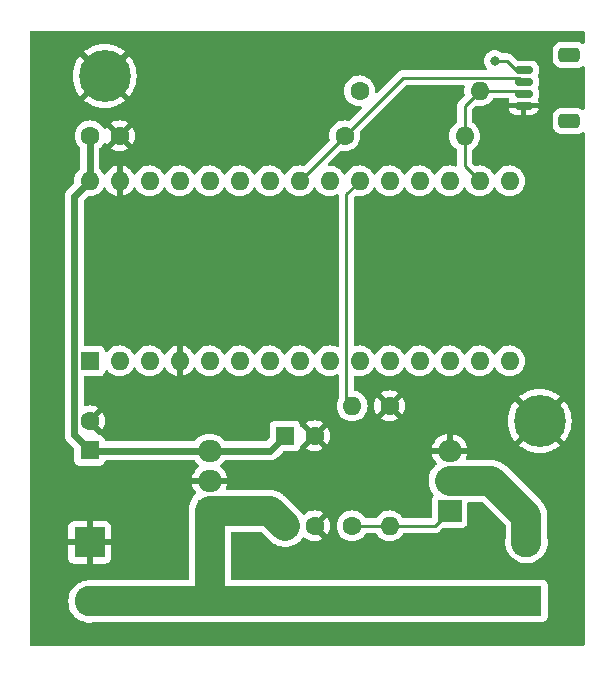
<source format=gbr>
%TF.GenerationSoftware,KiCad,Pcbnew,(7.0.0)*%
%TF.CreationDate,2023-10-09T21:37:50-04:00*%
%TF.ProjectId,CPS V2,43505320-5632-42e6-9b69-6361645f7063,rev?*%
%TF.SameCoordinates,Original*%
%TF.FileFunction,Copper,L1,Top*%
%TF.FilePolarity,Positive*%
%FSLAX46Y46*%
G04 Gerber Fmt 4.6, Leading zero omitted, Abs format (unit mm)*
G04 Created by KiCad (PCBNEW (7.0.0)) date 2023-10-09 21:37:50*
%MOMM*%
%LPD*%
G01*
G04 APERTURE LIST*
G04 Aperture macros list*
%AMRoundRect*
0 Rectangle with rounded corners*
0 $1 Rounding radius*
0 $2 $3 $4 $5 $6 $7 $8 $9 X,Y pos of 4 corners*
0 Add a 4 corners polygon primitive as box body*
4,1,4,$2,$3,$4,$5,$6,$7,$8,$9,$2,$3,0*
0 Add four circle primitives for the rounded corners*
1,1,$1+$1,$2,$3*
1,1,$1+$1,$4,$5*
1,1,$1+$1,$6,$7*
1,1,$1+$1,$8,$9*
0 Add four rect primitives between the rounded corners*
20,1,$1+$1,$2,$3,$4,$5,0*
20,1,$1+$1,$4,$5,$6,$7,0*
20,1,$1+$1,$6,$7,$8,$9,0*
20,1,$1+$1,$8,$9,$2,$3,0*%
G04 Aperture macros list end*
%TA.AperFunction,ComponentPad*%
%ADD10C,1.600000*%
%TD*%
%TA.AperFunction,ComponentPad*%
%ADD11O,1.600000X1.600000*%
%TD*%
%TA.AperFunction,ComponentPad*%
%ADD12C,4.400000*%
%TD*%
%TA.AperFunction,SMDPad,CuDef*%
%ADD13RoundRect,0.150000X0.625000X-0.150000X0.625000X0.150000X-0.625000X0.150000X-0.625000X-0.150000X0*%
%TD*%
%TA.AperFunction,SMDPad,CuDef*%
%ADD14RoundRect,0.250000X0.650000X-0.350000X0.650000X0.350000X-0.650000X0.350000X-0.650000X-0.350000X0*%
%TD*%
%TA.AperFunction,ComponentPad*%
%ADD15R,1.600000X1.600000*%
%TD*%
%TA.AperFunction,ComponentPad*%
%ADD16R,2.000000X1.905000*%
%TD*%
%TA.AperFunction,ComponentPad*%
%ADD17O,2.000000X1.905000*%
%TD*%
%TA.AperFunction,ComponentPad*%
%ADD18R,2.600000X2.600000*%
%TD*%
%TA.AperFunction,ComponentPad*%
%ADD19C,2.600000*%
%TD*%
%TA.AperFunction,ViaPad*%
%ADD20C,0.800000*%
%TD*%
%TA.AperFunction,Conductor*%
%ADD21C,0.250000*%
%TD*%
%TA.AperFunction,Conductor*%
%ADD22C,0.600000*%
%TD*%
%TA.AperFunction,Conductor*%
%ADD23C,2.540000*%
%TD*%
G04 APERTURE END LIST*
D10*
%TO.P,R4,1*%
%TO.N,To SDA*%
X151130000Y-69850000D03*
D11*
%TO.P,R4,2*%
%TO.N,+3.3V*%
X161289999Y-69849999D03*
%TD*%
D10*
%TO.P,R2,1*%
%TO.N,Net-(Q1-G)*%
X151765000Y-102870000D03*
D11*
%TO.P,R2,2*%
%TO.N,Net-(A1-A2)*%
X151764999Y-92709999D03*
%TD*%
D12*
%TO.P,H2,1,1*%
%TO.N,GND*%
X167640000Y-93980000D03*
%TD*%
D10*
%TO.P,C1,1*%
%TO.N,+5V*%
X129580000Y-69850000D03*
%TO.P,C1,2*%
%TO.N,GND*%
X132080000Y-69850000D03*
%TD*%
D13*
%TO.P,J3,1,Pin_1*%
%TO.N,GND*%
X166275000Y-67280000D03*
%TO.P,J3,2,Pin_2*%
%TO.N,+3.3V*%
X166275000Y-66280000D03*
%TO.P,J3,3,Pin_3*%
%TO.N,To SDA*%
X166275000Y-65280000D03*
%TO.P,J3,4,Pin_4*%
%TO.N,To SCL*%
X166275000Y-64280000D03*
D14*
%TO.P,J3,MP*%
%TO.N,N/C*%
X170150000Y-68580000D03*
X170150000Y-62980000D03*
%TD*%
D15*
%TO.P,C2,1*%
%TO.N,+5V*%
X129539999Y-96479999D03*
D10*
%TO.P,C2,2*%
%TO.N,GND*%
X129540000Y-93980000D03*
%TD*%
D16*
%TO.P,U1,1,VI*%
%TO.N,+20V*%
X139699999Y-101599999D03*
D17*
%TO.P,U1,2,GND*%
%TO.N,GND*%
X139699999Y-99059999D03*
%TO.P,U1,3,VO*%
%TO.N,+5V*%
X139699999Y-96519999D03*
%TD*%
D15*
%TO.P,A1,1,D1/TX*%
%TO.N,unconnected-(A1-D1{slash}TX-Pad1)*%
X129539999Y-88899999D03*
D11*
%TO.P,A1,2,D0/RX*%
%TO.N,unconnected-(A1-D0{slash}RX-Pad2)*%
X132079999Y-88899999D03*
%TO.P,A1,3,~{RESET}*%
%TO.N,unconnected-(A1-~{RESET}-Pad3)*%
X134619999Y-88899999D03*
%TO.P,A1,4,GND*%
%TO.N,GND*%
X137159999Y-88899999D03*
%TO.P,A1,5,D2*%
%TO.N,unconnected-(A1-D2-Pad5)*%
X139699999Y-88899999D03*
%TO.P,A1,6,D3*%
%TO.N,unconnected-(A1-D3-Pad6)*%
X142239999Y-88899999D03*
%TO.P,A1,7,D4*%
%TO.N,unconnected-(A1-D4-Pad7)*%
X144779999Y-88899999D03*
%TO.P,A1,8,D5*%
%TO.N,unconnected-(A1-D5-Pad8)*%
X147319999Y-88899999D03*
%TO.P,A1,9,D6*%
%TO.N,unconnected-(A1-D6-Pad9)*%
X149859999Y-88899999D03*
%TO.P,A1,10,D7*%
%TO.N,unconnected-(A1-D7-Pad10)*%
X152399999Y-88899999D03*
%TO.P,A1,11,D8*%
%TO.N,unconnected-(A1-D8-Pad11)*%
X154939999Y-88899999D03*
%TO.P,A1,12,D9*%
%TO.N,unconnected-(A1-D9-Pad12)*%
X157479999Y-88899999D03*
%TO.P,A1,13,D10*%
%TO.N,unconnected-(A1-D10-Pad13)*%
X160019999Y-88899999D03*
%TO.P,A1,14,D11*%
%TO.N,unconnected-(A1-D11-Pad14)*%
X162559999Y-88899999D03*
%TO.P,A1,15,D12*%
%TO.N,unconnected-(A1-D12-Pad15)*%
X165099999Y-88899999D03*
%TO.P,A1,16,D13*%
%TO.N,unconnected-(A1-D13-Pad16)*%
X165099999Y-73659999D03*
%TO.P,A1,17,3V3*%
%TO.N,+3.3V*%
X162559999Y-73659999D03*
%TO.P,A1,18,AREF*%
%TO.N,unconnected-(A1-AREF-Pad18)*%
X160019999Y-73659999D03*
%TO.P,A1,19,A0*%
%TO.N,unconnected-(A1-A0-Pad19)*%
X157479999Y-73659999D03*
%TO.P,A1,20,A1*%
%TO.N,unconnected-(A1-A1-Pad20)*%
X154939999Y-73659999D03*
%TO.P,A1,21,A2*%
%TO.N,Net-(A1-A2)*%
X152399999Y-73659999D03*
%TO.P,A1,22,A3*%
%TO.N,unconnected-(A1-A3-Pad22)*%
X149859999Y-73659999D03*
%TO.P,A1,23,A4*%
%TO.N,To SDA*%
X147319999Y-73659999D03*
%TO.P,A1,24,A5*%
%TO.N,To SCL*%
X144779999Y-73659999D03*
%TO.P,A1,25,A6*%
%TO.N,unconnected-(A1-A6-Pad25)*%
X142239999Y-73659999D03*
%TO.P,A1,26,A7*%
%TO.N,unconnected-(A1-A7-Pad26)*%
X139699999Y-73659999D03*
%TO.P,A1,27,+5V*%
%TO.N,unconnected-(A1-+5V-Pad27)*%
X137159999Y-73659999D03*
%TO.P,A1,28,~{RESET}*%
%TO.N,unconnected-(A1-~{RESET}-Pad28)*%
X134619999Y-73659999D03*
%TO.P,A1,29,GND*%
%TO.N,GND*%
X132079999Y-73659999D03*
%TO.P,A1,30,VIN*%
%TO.N,+5V*%
X129539999Y-73659999D03*
%TD*%
D15*
%TO.P,C3,1*%
%TO.N,+20V*%
X146089999Y-102869999D03*
D10*
%TO.P,C3,2*%
%TO.N,GND*%
X148590000Y-102870000D03*
%TD*%
D18*
%TO.P,J2,1,Pin_1*%
%TO.N,+20V*%
X166524999Y-109219999D03*
D19*
%TO.P,J2,2,Pin_2*%
%TO.N,From Batt*%
X166525000Y-104220000D03*
%TD*%
D10*
%TO.P,R1,1*%
%TO.N,GND*%
X154940000Y-92710000D03*
D11*
%TO.P,R1,2*%
%TO.N,Net-(Q1-G)*%
X154939999Y-102869999D03*
%TD*%
D18*
%TO.P,J1,1,Pin_1*%
%TO.N,GND*%
X129539999Y-104259999D03*
D19*
%TO.P,J1,2,Pin_2*%
%TO.N,+20V*%
X129540000Y-109260000D03*
%TD*%
D15*
%TO.P,C4,1*%
%TO.N,+5V*%
X146089999Y-95249999D03*
D10*
%TO.P,C4,2*%
%TO.N,GND*%
X148590000Y-95250000D03*
%TD*%
%TO.P,R3,1*%
%TO.N,To SCL*%
X152400000Y-66040000D03*
D11*
%TO.P,R3,2*%
%TO.N,+3.3V*%
X162559999Y-66039999D03*
%TD*%
D12*
%TO.P,H1,1,1*%
%TO.N,GND*%
X130810000Y-64770000D03*
%TD*%
D16*
%TO.P,Q1,1,G*%
%TO.N,Net-(Q1-G)*%
X160019999Y-101599999D03*
D17*
%TO.P,Q1,2,D*%
%TO.N,From Batt*%
X160019999Y-99059999D03*
%TO.P,Q1,3,S*%
%TO.N,GND*%
X160019999Y-96519999D03*
%TD*%
D20*
%TO.N,GND*%
X157480000Y-71120000D03*
X154940000Y-68580000D03*
X152400000Y-71120000D03*
%TO.N,To SCL*%
X163830000Y-63500000D03*
%TD*%
D21*
%TO.N,+3.3V*%
X166275000Y-66280000D02*
X166035000Y-66040000D01*
X161290000Y-69850000D02*
X161290000Y-67310000D01*
X161290000Y-67310000D02*
X162560000Y-66040000D01*
X166035000Y-66040000D02*
X162560000Y-66040000D01*
X161290000Y-72390000D02*
X162560000Y-73660000D01*
X161290000Y-69850000D02*
X161290000Y-72390000D01*
%TO.N,Net-(A1-A2)*%
X151275000Y-92220000D02*
X151275000Y-91585000D01*
X151765000Y-92710000D02*
X151275000Y-92220000D01*
X151275000Y-91585000D02*
X151275000Y-74785000D01*
X151275000Y-74785000D02*
X152400000Y-73660000D01*
%TO.N,To SDA*%
X165910000Y-64915000D02*
X166275000Y-65280000D01*
X147320000Y-73660000D02*
X156065000Y-64915000D01*
X156065000Y-64915000D02*
X165910000Y-64915000D01*
%TO.N,To SCL*%
X163830000Y-63500000D02*
X164860000Y-63500000D01*
X164860000Y-63500000D02*
X165640000Y-64280000D01*
D22*
%TO.N,+5V*%
X128240000Y-74960000D02*
X128240000Y-95180000D01*
X129540000Y-73660000D02*
X129540000Y-69890000D01*
X139700000Y-96520000D02*
X144820000Y-96520000D01*
X129540000Y-69890000D02*
X129580000Y-69850000D01*
X129540000Y-73660000D02*
X128240000Y-74960000D01*
X144820000Y-96520000D02*
X146090000Y-95250000D01*
X139700000Y-96520000D02*
X129580000Y-96520000D01*
X128240000Y-95180000D02*
X129540000Y-96480000D01*
X129580000Y-96520000D02*
X129540000Y-96480000D01*
D23*
%TO.N,+20V*%
X139700000Y-101600000D02*
X144820000Y-101600000D01*
X166525000Y-109220000D02*
X139740000Y-109220000D01*
X129540000Y-109260000D02*
X139700000Y-109260000D01*
X144820000Y-101600000D02*
X146090000Y-102870000D01*
X139700000Y-109260000D02*
X139700000Y-101600000D01*
D21*
%TO.N,Net-(Q1-G)*%
X154940000Y-102870000D02*
X158750000Y-102870000D01*
X158750000Y-102870000D02*
X160020000Y-101600000D01*
X154940000Y-102870000D02*
X151765000Y-102870000D01*
D23*
%TO.N,From Batt*%
X163560000Y-99060000D02*
X166525000Y-102025000D01*
X160020000Y-99060000D02*
X163560000Y-99060000D01*
X166525000Y-102025000D02*
X166525000Y-104220000D01*
%TD*%
%TA.AperFunction,Conductor*%
%TO.N,GND*%
G36*
X161240708Y-65553288D02*
G01*
X161284240Y-65589014D01*
X161307481Y-65640309D01*
X161305639Y-65696590D01*
X161274365Y-65813308D01*
X161273893Y-65818693D01*
X161273893Y-65818698D01*
X161269440Y-65869602D01*
X161254532Y-66040000D01*
X161255004Y-66045392D01*
X161255004Y-66045395D01*
X161269710Y-66213491D01*
X161274365Y-66266692D01*
X161275763Y-66271911D01*
X161275765Y-66271920D01*
X161292680Y-66335048D01*
X161292680Y-66399234D01*
X161260586Y-66454821D01*
X160902696Y-66812711D01*
X160894511Y-66820159D01*
X160888123Y-66824214D01*
X160882788Y-66829894D01*
X160882783Y-66829899D01*
X160842096Y-66873225D01*
X160839392Y-66876016D01*
X160822628Y-66892780D01*
X160822621Y-66892787D01*
X160819880Y-66895529D01*
X160817500Y-66898596D01*
X160817489Y-66898609D01*
X160817400Y-66898725D01*
X160809842Y-66907570D01*
X160785280Y-66933727D01*
X160785273Y-66933736D01*
X160779938Y-66939418D01*
X160776182Y-66946249D01*
X160776179Y-66946254D01*
X160770285Y-66956975D01*
X160759609Y-66973227D01*
X160752109Y-66982896D01*
X160752101Y-66982907D01*
X160747327Y-66989064D01*
X160744234Y-66996208D01*
X160744229Y-66996219D01*
X160729974Y-67029160D01*
X160724838Y-67039643D01*
X160703803Y-67077908D01*
X160701864Y-67085456D01*
X160701863Y-67085461D01*
X160698822Y-67097307D01*
X160692521Y-67115711D01*
X160687658Y-67126948D01*
X160687656Y-67126952D01*
X160684562Y-67134104D01*
X160683342Y-67141803D01*
X160683342Y-67141805D01*
X160677729Y-67177241D01*
X160675361Y-67188676D01*
X160666438Y-67223428D01*
X160666436Y-67223436D01*
X160664500Y-67230981D01*
X160664500Y-67238777D01*
X160664500Y-67251017D01*
X160662974Y-67270402D01*
X160659840Y-67290196D01*
X160660574Y-67297961D01*
X160660574Y-67297964D01*
X160663950Y-67333676D01*
X160664500Y-67345345D01*
X160664500Y-68635812D01*
X160650489Y-68693069D01*
X160611623Y-68737387D01*
X160455296Y-68846847D01*
X160455291Y-68846850D01*
X160450861Y-68849953D01*
X160447037Y-68853776D01*
X160447031Y-68853782D01*
X160293782Y-69007031D01*
X160293776Y-69007037D01*
X160289953Y-69010861D01*
X160286850Y-69015291D01*
X160286847Y-69015296D01*
X160162540Y-69192826D01*
X160162535Y-69192833D01*
X160159432Y-69197266D01*
X160157144Y-69202172D01*
X160157142Y-69202176D01*
X160065550Y-69398594D01*
X160065547Y-69398599D01*
X160063261Y-69403504D01*
X160061862Y-69408724D01*
X160061858Y-69408736D01*
X160005764Y-69618083D01*
X160005762Y-69618094D01*
X160004365Y-69623308D01*
X160003893Y-69628693D01*
X160003893Y-69628698D01*
X159999389Y-69680180D01*
X159984532Y-69850000D01*
X160004365Y-70076692D01*
X160005762Y-70081907D01*
X160005764Y-70081916D01*
X160061858Y-70291263D01*
X160061861Y-70291271D01*
X160063261Y-70296496D01*
X160159432Y-70502734D01*
X160289953Y-70689139D01*
X160450861Y-70850047D01*
X160529500Y-70905110D01*
X160611623Y-70962613D01*
X160650489Y-71006931D01*
X160664500Y-71064188D01*
X160664500Y-72312225D01*
X160663978Y-72323280D01*
X160662327Y-72330667D01*
X160662571Y-72338461D01*
X160662253Y-72341834D01*
X160643032Y-72397335D01*
X160600427Y-72437764D01*
X160543995Y-72454051D01*
X160486399Y-72442542D01*
X160471405Y-72435550D01*
X160471403Y-72435549D01*
X160466496Y-72433261D01*
X160461271Y-72431861D01*
X160461263Y-72431858D01*
X160251916Y-72375764D01*
X160251907Y-72375762D01*
X160246692Y-72374365D01*
X160241304Y-72373893D01*
X160241301Y-72373893D01*
X160025395Y-72355004D01*
X160020000Y-72354532D01*
X160014605Y-72355004D01*
X159798698Y-72373893D01*
X159798693Y-72373893D01*
X159793308Y-72374365D01*
X159788094Y-72375762D01*
X159788083Y-72375764D01*
X159578736Y-72431858D01*
X159578724Y-72431862D01*
X159573504Y-72433261D01*
X159568599Y-72435547D01*
X159568594Y-72435550D01*
X159372176Y-72527142D01*
X159372172Y-72527144D01*
X159367266Y-72529432D01*
X159362833Y-72532535D01*
X159362826Y-72532540D01*
X159185296Y-72656847D01*
X159185291Y-72656850D01*
X159180861Y-72659953D01*
X159177037Y-72663776D01*
X159177031Y-72663782D01*
X159023782Y-72817031D01*
X159023776Y-72817037D01*
X159019953Y-72820861D01*
X159016850Y-72825291D01*
X159016847Y-72825296D01*
X158892540Y-73002826D01*
X158892535Y-73002833D01*
X158889432Y-73007266D01*
X158887148Y-73012163D01*
X158887141Y-73012176D01*
X158862382Y-73065274D01*
X158816625Y-73117450D01*
X158750000Y-73136869D01*
X158683375Y-73117450D01*
X158637618Y-73065274D01*
X158612858Y-73012176D01*
X158612855Y-73012172D01*
X158610568Y-73007266D01*
X158480047Y-72820861D01*
X158319139Y-72659953D01*
X158132734Y-72529432D01*
X157926496Y-72433261D01*
X157921271Y-72431861D01*
X157921263Y-72431858D01*
X157711916Y-72375764D01*
X157711907Y-72375762D01*
X157706692Y-72374365D01*
X157701304Y-72373893D01*
X157701301Y-72373893D01*
X157485395Y-72355004D01*
X157480000Y-72354532D01*
X157474605Y-72355004D01*
X157258698Y-72373893D01*
X157258693Y-72373893D01*
X157253308Y-72374365D01*
X157248094Y-72375762D01*
X157248083Y-72375764D01*
X157038736Y-72431858D01*
X157038724Y-72431862D01*
X157033504Y-72433261D01*
X157028599Y-72435547D01*
X157028594Y-72435550D01*
X156832176Y-72527142D01*
X156832172Y-72527144D01*
X156827266Y-72529432D01*
X156822833Y-72532535D01*
X156822826Y-72532540D01*
X156645296Y-72656847D01*
X156645291Y-72656850D01*
X156640861Y-72659953D01*
X156637037Y-72663776D01*
X156637031Y-72663782D01*
X156483782Y-72817031D01*
X156483776Y-72817037D01*
X156479953Y-72820861D01*
X156476850Y-72825291D01*
X156476847Y-72825296D01*
X156352540Y-73002826D01*
X156352535Y-73002833D01*
X156349432Y-73007266D01*
X156347148Y-73012163D01*
X156347141Y-73012176D01*
X156322382Y-73065274D01*
X156276625Y-73117450D01*
X156210000Y-73136869D01*
X156143375Y-73117450D01*
X156097618Y-73065274D01*
X156072858Y-73012176D01*
X156072855Y-73012172D01*
X156070568Y-73007266D01*
X155940047Y-72820861D01*
X155779139Y-72659953D01*
X155592734Y-72529432D01*
X155386496Y-72433261D01*
X155381271Y-72431861D01*
X155381263Y-72431858D01*
X155171916Y-72375764D01*
X155171907Y-72375762D01*
X155166692Y-72374365D01*
X155161304Y-72373893D01*
X155161301Y-72373893D01*
X154945395Y-72355004D01*
X154940000Y-72354532D01*
X154934605Y-72355004D01*
X154718698Y-72373893D01*
X154718693Y-72373893D01*
X154713308Y-72374365D01*
X154708094Y-72375762D01*
X154708083Y-72375764D01*
X154498736Y-72431858D01*
X154498724Y-72431862D01*
X154493504Y-72433261D01*
X154488599Y-72435547D01*
X154488594Y-72435550D01*
X154292176Y-72527142D01*
X154292172Y-72527144D01*
X154287266Y-72529432D01*
X154282833Y-72532535D01*
X154282826Y-72532540D01*
X154105296Y-72656847D01*
X154105291Y-72656850D01*
X154100861Y-72659953D01*
X154097037Y-72663776D01*
X154097031Y-72663782D01*
X153943782Y-72817031D01*
X153943776Y-72817037D01*
X153939953Y-72820861D01*
X153936850Y-72825291D01*
X153936847Y-72825296D01*
X153812540Y-73002826D01*
X153812535Y-73002833D01*
X153809432Y-73007266D01*
X153807148Y-73012163D01*
X153807141Y-73012176D01*
X153782382Y-73065274D01*
X153736625Y-73117450D01*
X153670000Y-73136869D01*
X153603375Y-73117450D01*
X153557618Y-73065274D01*
X153532858Y-73012176D01*
X153532855Y-73012172D01*
X153530568Y-73007266D01*
X153400047Y-72820861D01*
X153239139Y-72659953D01*
X153052734Y-72529432D01*
X152846496Y-72433261D01*
X152841271Y-72431861D01*
X152841263Y-72431858D01*
X152631916Y-72375764D01*
X152631907Y-72375762D01*
X152626692Y-72374365D01*
X152621304Y-72373893D01*
X152621301Y-72373893D01*
X152405395Y-72355004D01*
X152400000Y-72354532D01*
X152394605Y-72355004D01*
X152178698Y-72373893D01*
X152178693Y-72373893D01*
X152173308Y-72374365D01*
X152168094Y-72375762D01*
X152168083Y-72375764D01*
X151958736Y-72431858D01*
X151958724Y-72431862D01*
X151953504Y-72433261D01*
X151948599Y-72435547D01*
X151948594Y-72435550D01*
X151752176Y-72527142D01*
X151752172Y-72527144D01*
X151747266Y-72529432D01*
X151742833Y-72532535D01*
X151742826Y-72532540D01*
X151565296Y-72656847D01*
X151565291Y-72656850D01*
X151560861Y-72659953D01*
X151557037Y-72663776D01*
X151557031Y-72663782D01*
X151403782Y-72817031D01*
X151403776Y-72817037D01*
X151399953Y-72820861D01*
X151396850Y-72825291D01*
X151396847Y-72825296D01*
X151272540Y-73002826D01*
X151272535Y-73002833D01*
X151269432Y-73007266D01*
X151267148Y-73012163D01*
X151267141Y-73012176D01*
X151242382Y-73065274D01*
X151196625Y-73117450D01*
X151130000Y-73136869D01*
X151063375Y-73117450D01*
X151017618Y-73065274D01*
X150992858Y-73012176D01*
X150992855Y-73012172D01*
X150990568Y-73007266D01*
X150860047Y-72820861D01*
X150699139Y-72659953D01*
X150512734Y-72529432D01*
X150306496Y-72433261D01*
X150301271Y-72431861D01*
X150301263Y-72431858D01*
X150091916Y-72375764D01*
X150091907Y-72375762D01*
X150086692Y-72374365D01*
X150081304Y-72373893D01*
X150081301Y-72373893D01*
X149865395Y-72355004D01*
X149860000Y-72354532D01*
X149854605Y-72355004D01*
X149854602Y-72355004D01*
X149815893Y-72358390D01*
X149756636Y-72349004D01*
X149708721Y-72312897D01*
X149683366Y-72258522D01*
X149686506Y-72198608D01*
X149717405Y-72147183D01*
X150715178Y-71149410D01*
X150770764Y-71117318D01*
X150834947Y-71117318D01*
X150903308Y-71135635D01*
X151130000Y-71155468D01*
X151356692Y-71135635D01*
X151576496Y-71076739D01*
X151782734Y-70980568D01*
X151969139Y-70850047D01*
X152130047Y-70689139D01*
X152260568Y-70502734D01*
X152356739Y-70296496D01*
X152415635Y-70076692D01*
X152435468Y-69850000D01*
X152415635Y-69623308D01*
X152397318Y-69554947D01*
X152397318Y-69490764D01*
X152429410Y-69435178D01*
X156287770Y-65576819D01*
X156327999Y-65549939D01*
X156375452Y-65540500D01*
X161185864Y-65540500D01*
X161240708Y-65553288D01*
G37*
%TD.AperFunction*%
%TA.AperFunction,Conductor*%
G36*
X171387500Y-60977113D02*
G01*
X171432887Y-61022500D01*
X171449500Y-61084500D01*
X171449500Y-61926659D01*
X171432434Y-61989438D01*
X171385932Y-62034936D01*
X171322796Y-62050630D01*
X171260404Y-62032198D01*
X171125480Y-61948977D01*
X171119334Y-61945186D01*
X171063423Y-61926659D01*
X170959225Y-61892131D01*
X170959224Y-61892130D01*
X170952797Y-61890001D01*
X170946064Y-61889313D01*
X170946059Y-61889312D01*
X170853140Y-61879819D01*
X170853123Y-61879818D01*
X170850009Y-61879500D01*
X170846860Y-61879500D01*
X169453140Y-61879500D01*
X169453120Y-61879500D01*
X169449992Y-61879501D01*
X169446860Y-61879820D01*
X169446858Y-61879821D01*
X169353938Y-61889312D01*
X169353928Y-61889313D01*
X169347203Y-61890001D01*
X169340781Y-61892128D01*
X169340776Y-61892130D01*
X169187521Y-61942914D01*
X169187517Y-61942915D01*
X169180666Y-61945186D01*
X169174522Y-61948975D01*
X169174519Y-61948977D01*
X169037488Y-62033497D01*
X169037480Y-62033503D01*
X169031344Y-62037288D01*
X169026242Y-62042389D01*
X169026238Y-62042393D01*
X168912393Y-62156238D01*
X168912389Y-62156242D01*
X168907288Y-62161344D01*
X168903503Y-62167480D01*
X168903497Y-62167488D01*
X168818977Y-62304519D01*
X168815186Y-62310666D01*
X168812915Y-62317517D01*
X168812914Y-62317521D01*
X168793259Y-62376836D01*
X168760001Y-62477203D01*
X168759313Y-62483933D01*
X168759312Y-62483940D01*
X168749819Y-62576859D01*
X168749818Y-62576877D01*
X168749500Y-62579991D01*
X168749500Y-62583138D01*
X168749500Y-62583139D01*
X168749500Y-63376858D01*
X168749500Y-63376877D01*
X168749501Y-63380008D01*
X168749820Y-63383140D01*
X168749821Y-63383141D01*
X168759312Y-63476061D01*
X168759313Y-63476069D01*
X168760001Y-63482797D01*
X168762129Y-63489219D01*
X168762130Y-63489223D01*
X168801471Y-63607946D01*
X168815186Y-63649334D01*
X168818977Y-63655480D01*
X168903497Y-63792511D01*
X168903500Y-63792515D01*
X168907288Y-63798656D01*
X169031344Y-63922712D01*
X169037485Y-63926500D01*
X169037488Y-63926502D01*
X169039596Y-63927802D01*
X169180666Y-64014814D01*
X169347203Y-64069999D01*
X169449991Y-64080500D01*
X170850008Y-64080499D01*
X170952797Y-64069999D01*
X171119334Y-64014814D01*
X171260403Y-63927802D01*
X171322796Y-63909370D01*
X171385932Y-63925064D01*
X171432434Y-63970562D01*
X171449500Y-64033341D01*
X171449500Y-67526659D01*
X171432434Y-67589438D01*
X171385932Y-67634936D01*
X171322796Y-67650630D01*
X171260404Y-67632198D01*
X171158089Y-67569090D01*
X171119334Y-67545186D01*
X171083917Y-67533450D01*
X170959225Y-67492131D01*
X170959224Y-67492130D01*
X170952797Y-67490001D01*
X170946064Y-67489313D01*
X170946059Y-67489312D01*
X170853140Y-67479819D01*
X170853123Y-67479818D01*
X170850009Y-67479500D01*
X170846860Y-67479500D01*
X169453140Y-67479500D01*
X169453120Y-67479500D01*
X169449992Y-67479501D01*
X169446860Y-67479820D01*
X169446858Y-67479821D01*
X169353938Y-67489312D01*
X169353928Y-67489313D01*
X169347203Y-67490001D01*
X169340781Y-67492128D01*
X169340776Y-67492130D01*
X169187521Y-67542914D01*
X169187517Y-67542915D01*
X169180666Y-67545186D01*
X169174522Y-67548975D01*
X169174519Y-67548977D01*
X169037488Y-67633497D01*
X169037480Y-67633503D01*
X169031344Y-67637288D01*
X169026242Y-67642389D01*
X169026238Y-67642393D01*
X168912393Y-67756238D01*
X168912389Y-67756242D01*
X168907288Y-67761344D01*
X168903503Y-67767480D01*
X168903497Y-67767488D01*
X168818977Y-67904519D01*
X168815186Y-67910666D01*
X168812915Y-67917517D01*
X168812914Y-67917521D01*
X168764484Y-68063674D01*
X168760001Y-68077203D01*
X168759313Y-68083933D01*
X168759312Y-68083940D01*
X168749819Y-68176859D01*
X168749818Y-68176877D01*
X168749500Y-68179991D01*
X168749500Y-68183138D01*
X168749500Y-68183139D01*
X168749500Y-68976858D01*
X168749500Y-68976877D01*
X168749501Y-68980008D01*
X168749820Y-68983140D01*
X168749821Y-68983141D01*
X168759312Y-69076061D01*
X168759313Y-69076069D01*
X168760001Y-69082797D01*
X168762129Y-69089219D01*
X168762130Y-69089223D01*
X168803137Y-69212973D01*
X168815186Y-69249334D01*
X168818977Y-69255480D01*
X168903497Y-69392511D01*
X168903500Y-69392515D01*
X168907288Y-69398656D01*
X169031344Y-69522712D01*
X169037485Y-69526500D01*
X169037488Y-69526502D01*
X169039596Y-69527802D01*
X169180666Y-69614814D01*
X169347203Y-69669999D01*
X169449991Y-69680500D01*
X170850008Y-69680499D01*
X170952797Y-69669999D01*
X171119334Y-69614814D01*
X171260403Y-69527802D01*
X171322796Y-69509370D01*
X171385932Y-69525064D01*
X171432434Y-69570562D01*
X171449500Y-69633341D01*
X171449500Y-112905500D01*
X171432887Y-112967500D01*
X171387500Y-113012887D01*
X171325500Y-113029500D01*
X124584500Y-113029500D01*
X124522500Y-113012887D01*
X124477113Y-112967500D01*
X124460500Y-112905500D01*
X124460500Y-109260000D01*
X127734451Y-109260000D01*
X127754617Y-109529103D01*
X127814666Y-109792195D01*
X127913257Y-110043398D01*
X128048185Y-110277102D01*
X128216439Y-110488085D01*
X128219843Y-110491243D01*
X128374508Y-110634752D01*
X128414259Y-110671635D01*
X128637226Y-110823651D01*
X128880359Y-110940738D01*
X128884787Y-110942103D01*
X128884790Y-110942105D01*
X128937877Y-110958480D01*
X129138228Y-111020280D01*
X129405071Y-111060500D01*
X129670292Y-111060500D01*
X129674929Y-111060500D01*
X129864778Y-111031884D01*
X129883259Y-111030500D01*
X139828046Y-111030500D01*
X139832681Y-111030500D01*
X139893805Y-111021286D01*
X139902976Y-111020254D01*
X139964619Y-111015635D01*
X140024886Y-111001879D01*
X140033980Y-111000158D01*
X140059090Y-110996374D01*
X140088876Y-110991885D01*
X140107356Y-110990500D01*
X165031894Y-110990500D01*
X165075227Y-110998318D01*
X165117517Y-111014091D01*
X165177127Y-111020500D01*
X167872872Y-111020499D01*
X167932483Y-111014091D01*
X168067331Y-110963796D01*
X168182546Y-110877546D01*
X168268796Y-110762331D01*
X168319091Y-110627483D01*
X168325500Y-110567873D01*
X168325499Y-107872128D01*
X168319091Y-107812517D01*
X168268796Y-107677669D01*
X168182546Y-107562454D01*
X168067331Y-107476204D01*
X167932483Y-107425909D01*
X167924770Y-107425079D01*
X167924767Y-107425079D01*
X167876180Y-107419855D01*
X167876169Y-107419854D01*
X167872873Y-107419500D01*
X167869550Y-107419500D01*
X165180439Y-107419500D01*
X165180420Y-107419500D01*
X165177128Y-107419501D01*
X165173850Y-107419853D01*
X165173838Y-107419854D01*
X165125231Y-107425079D01*
X165125225Y-107425080D01*
X165117517Y-107425909D01*
X165110252Y-107428618D01*
X165110246Y-107428620D01*
X165075227Y-107441682D01*
X165031894Y-107449500D01*
X141594500Y-107449500D01*
X141532500Y-107432887D01*
X141487113Y-107387500D01*
X141470500Y-107325500D01*
X141470500Y-103494500D01*
X141487113Y-103432500D01*
X141532500Y-103387113D01*
X141594500Y-103370500D01*
X144035273Y-103370500D01*
X144082726Y-103379939D01*
X144122954Y-103406819D01*
X144884917Y-104168782D01*
X144886671Y-104170291D01*
X144886677Y-104170297D01*
X144892686Y-104175468D01*
X145035692Y-104298535D01*
X145039620Y-104301003D01*
X145039624Y-104301006D01*
X145148036Y-104369125D01*
X145260380Y-104439715D01*
X145503600Y-104545832D01*
X145508071Y-104547030D01*
X145508074Y-104547031D01*
X145563263Y-104561818D01*
X145759920Y-104614512D01*
X146023613Y-104644223D01*
X146288789Y-104634301D01*
X146549524Y-104584968D01*
X146799994Y-104497324D01*
X147034604Y-104373329D01*
X147248113Y-104215752D01*
X147435752Y-104028113D01*
X147551419Y-103871388D01*
X147591204Y-103836499D01*
X147641919Y-103821373D01*
X147694322Y-103828771D01*
X147738867Y-103857345D01*
X147747352Y-103865830D01*
X147755618Y-103872767D01*
X147933087Y-103997032D01*
X147942419Y-104002420D01*
X148138768Y-104093979D01*
X148148902Y-104097667D01*
X148358162Y-104153739D01*
X148368793Y-104155613D01*
X148584605Y-104174494D01*
X148595395Y-104174494D01*
X148811206Y-104155613D01*
X148821837Y-104153739D01*
X149031097Y-104097667D01*
X149041231Y-104093979D01*
X149237575Y-104002422D01*
X149246920Y-103997026D01*
X149304348Y-103956814D01*
X149311780Y-103948703D01*
X149305867Y-103939421D01*
X148324127Y-102957681D01*
X148292033Y-102902093D01*
X148292033Y-102870000D01*
X148948431Y-102870000D01*
X148955095Y-102881542D01*
X149659421Y-103585867D01*
X149668703Y-103591780D01*
X149676814Y-103584348D01*
X149717026Y-103526920D01*
X149722422Y-103517575D01*
X149813979Y-103321231D01*
X149817667Y-103311097D01*
X149873739Y-103101837D01*
X149875613Y-103091206D01*
X149894494Y-102875395D01*
X149894494Y-102870000D01*
X150459532Y-102870000D01*
X150460004Y-102875395D01*
X150476923Y-103068789D01*
X150479365Y-103096692D01*
X150480762Y-103101907D01*
X150480764Y-103101916D01*
X150536858Y-103311263D01*
X150536861Y-103311271D01*
X150538261Y-103316496D01*
X150540549Y-103321403D01*
X150540550Y-103321405D01*
X150559785Y-103362654D01*
X150634432Y-103522734D01*
X150637539Y-103527171D01*
X150637540Y-103527173D01*
X150677574Y-103584348D01*
X150764953Y-103709139D01*
X150925861Y-103870047D01*
X151112266Y-104000568D01*
X151318504Y-104096739D01*
X151538308Y-104155635D01*
X151765000Y-104175468D01*
X151991692Y-104155635D01*
X152211496Y-104096739D01*
X152417734Y-104000568D01*
X152604139Y-103870047D01*
X152765047Y-103709139D01*
X152877612Y-103548377D01*
X152921931Y-103509511D01*
X152979188Y-103495500D01*
X153725812Y-103495500D01*
X153783069Y-103509511D01*
X153827387Y-103548377D01*
X153852574Y-103584348D01*
X153939953Y-103709139D01*
X154100861Y-103870047D01*
X154287266Y-104000568D01*
X154493504Y-104096739D01*
X154713308Y-104155635D01*
X154940000Y-104175468D01*
X155166692Y-104155635D01*
X155386496Y-104096739D01*
X155592734Y-104000568D01*
X155779139Y-103870047D01*
X155940047Y-103709139D01*
X156052612Y-103548377D01*
X156096931Y-103509511D01*
X156154188Y-103495500D01*
X158672225Y-103495500D01*
X158683280Y-103496021D01*
X158690667Y-103497673D01*
X158757872Y-103495561D01*
X158761768Y-103495500D01*
X158785448Y-103495500D01*
X158789350Y-103495500D01*
X158793313Y-103494999D01*
X158804963Y-103494080D01*
X158848627Y-103492709D01*
X158867861Y-103487119D01*
X158886917Y-103483174D01*
X158906792Y-103480664D01*
X158947395Y-103464587D01*
X158958450Y-103460802D01*
X159000390Y-103448618D01*
X159017629Y-103438422D01*
X159035103Y-103429862D01*
X159046474Y-103425360D01*
X159046476Y-103425358D01*
X159053732Y-103422486D01*
X159089069Y-103396811D01*
X159098824Y-103390403D01*
X159136420Y-103368170D01*
X159150584Y-103354005D01*
X159165379Y-103341368D01*
X159181587Y-103329594D01*
X159209428Y-103295938D01*
X159217279Y-103287309D01*
X159415271Y-103089318D01*
X159455499Y-103062438D01*
X159502952Y-103052999D01*
X161064561Y-103052999D01*
X161067872Y-103052999D01*
X161127483Y-103046591D01*
X161262331Y-102996296D01*
X161377546Y-102910046D01*
X161463796Y-102794831D01*
X161514091Y-102659983D01*
X161520500Y-102600373D01*
X161520499Y-100954499D01*
X161537112Y-100892500D01*
X161582499Y-100847113D01*
X161644499Y-100830500D01*
X162775273Y-100830500D01*
X162822726Y-100839939D01*
X162862954Y-100866819D01*
X164718181Y-102722046D01*
X164745061Y-102762274D01*
X164754500Y-102809727D01*
X164754500Y-103871719D01*
X164751391Y-103899311D01*
X164740649Y-103946373D01*
X164740647Y-103946380D01*
X164739617Y-103950897D01*
X164739270Y-103955520D01*
X164739270Y-103955524D01*
X164722788Y-104175468D01*
X164719451Y-104220000D01*
X164739617Y-104489103D01*
X164740647Y-104493616D01*
X164740648Y-104493622D01*
X164772757Y-104634301D01*
X164799666Y-104752195D01*
X164898257Y-105003398D01*
X165033185Y-105237102D01*
X165201439Y-105448085D01*
X165204843Y-105451243D01*
X165377142Y-105611114D01*
X165399259Y-105631635D01*
X165622226Y-105783651D01*
X165865359Y-105900738D01*
X165869787Y-105902103D01*
X165869790Y-105902105D01*
X165935913Y-105922501D01*
X166123228Y-105980280D01*
X166390071Y-106020500D01*
X166655292Y-106020500D01*
X166659929Y-106020500D01*
X166926772Y-105980280D01*
X167184641Y-105900738D01*
X167427775Y-105783651D01*
X167650741Y-105631635D01*
X167848561Y-105448085D01*
X168016815Y-105237102D01*
X168151743Y-105003398D01*
X168250334Y-104752195D01*
X168310383Y-104489103D01*
X168330549Y-104220000D01*
X168310383Y-103950897D01*
X168298609Y-103899311D01*
X168295500Y-103871719D01*
X168295500Y-102060425D01*
X168295587Y-102055789D01*
X168295626Y-102054739D01*
X168299223Y-101958613D01*
X168288334Y-101861984D01*
X168287902Y-101857367D01*
X168284515Y-101812169D01*
X168280635Y-101760381D01*
X168279601Y-101755851D01*
X168279600Y-101755844D01*
X168274783Y-101734741D01*
X168272455Y-101721045D01*
X168269512Y-101694920D01*
X168244335Y-101600961D01*
X168243224Y-101596476D01*
X168222618Y-101506195D01*
X168221586Y-101501673D01*
X168211980Y-101477199D01*
X168207639Y-101464007D01*
X168200832Y-101438600D01*
X168161940Y-101349461D01*
X168160166Y-101345177D01*
X168130898Y-101270604D01*
X168124639Y-101254655D01*
X168122316Y-101250631D01*
X168111491Y-101231880D01*
X168105229Y-101219478D01*
X168094715Y-101195380D01*
X168042970Y-101113028D01*
X168040578Y-101109058D01*
X167994276Y-101028860D01*
X167991958Y-101024845D01*
X167975571Y-101004297D01*
X167967525Y-100992958D01*
X167953535Y-100970692D01*
X167890088Y-100896966D01*
X167887130Y-100893395D01*
X167865936Y-100866819D01*
X167826508Y-100817377D01*
X167755202Y-100751215D01*
X167751862Y-100747997D01*
X164837001Y-97833136D01*
X164833783Y-97829796D01*
X164770778Y-97761892D01*
X164770775Y-97761890D01*
X164767623Y-97758492D01*
X164691584Y-97697853D01*
X164688019Y-97694899D01*
X164687461Y-97694419D01*
X164614308Y-97631465D01*
X164592039Y-97617472D01*
X164580709Y-97609432D01*
X164563784Y-97595935D01*
X164563775Y-97595929D01*
X164560155Y-97593042D01*
X164475934Y-97544417D01*
X164471973Y-97542029D01*
X164393557Y-97492757D01*
X164393543Y-97492749D01*
X164389619Y-97490284D01*
X164385365Y-97488428D01*
X164385350Y-97488420D01*
X164365518Y-97479767D01*
X164353109Y-97473503D01*
X164334369Y-97462684D01*
X164334366Y-97462682D01*
X164330345Y-97460361D01*
X164326026Y-97458666D01*
X164326020Y-97458663D01*
X164239842Y-97424841D01*
X164235558Y-97423067D01*
X164150648Y-97386021D01*
X164150638Y-97386017D01*
X164146399Y-97384168D01*
X164120995Y-97377361D01*
X164107790Y-97373015D01*
X164087649Y-97365110D01*
X164087645Y-97365109D01*
X164083327Y-97363414D01*
X164078804Y-97362381D01*
X164078802Y-97362381D01*
X164030769Y-97351418D01*
X163988503Y-97341770D01*
X163984034Y-97340662D01*
X163890080Y-97315488D01*
X163885481Y-97314969D01*
X163885477Y-97314969D01*
X163863956Y-97312544D01*
X163850254Y-97310216D01*
X163829138Y-97305396D01*
X163829132Y-97305395D01*
X163824619Y-97304365D01*
X163819991Y-97304018D01*
X163819990Y-97304018D01*
X163727639Y-97297097D01*
X163723023Y-97296664D01*
X163630999Y-97286295D01*
X163630990Y-97286294D01*
X163626387Y-97285776D01*
X163621756Y-97285949D01*
X163621750Y-97285949D01*
X163529194Y-97289413D01*
X163524557Y-97289500D01*
X161510721Y-97289500D01*
X161449453Y-97273306D01*
X161404187Y-97228955D01*
X161386747Y-97168030D01*
X161399501Y-97115452D01*
X161397718Y-97114670D01*
X161403883Y-97100613D01*
X161478713Y-96882642D01*
X161481224Y-96872731D01*
X161496144Y-96783320D01*
X161495577Y-96772363D01*
X161484860Y-96770000D01*
X158555140Y-96770000D01*
X158544422Y-96772363D01*
X158543855Y-96783320D01*
X158558775Y-96872731D01*
X158561286Y-96882642D01*
X158636116Y-97100613D01*
X158640219Y-97109968D01*
X158749906Y-97312654D01*
X158755498Y-97321212D01*
X158897047Y-97503074D01*
X158906636Y-97513490D01*
X158937011Y-97573222D01*
X158931872Y-97640036D01*
X158892720Y-97694419D01*
X158816006Y-97755597D01*
X158815998Y-97755603D01*
X158812377Y-97758492D01*
X158809223Y-97761890D01*
X158809221Y-97761893D01*
X158635039Y-97949617D01*
X158635034Y-97949623D01*
X158631886Y-97953016D01*
X158629276Y-97956843D01*
X158629272Y-97956849D01*
X158485017Y-98168430D01*
X158485011Y-98168439D01*
X158482402Y-98172267D01*
X158480390Y-98176443D01*
X158480387Y-98176450D01*
X158369280Y-98407166D01*
X158369276Y-98407176D01*
X158367266Y-98411350D01*
X158365900Y-98415777D01*
X158365897Y-98415786D01*
X158290418Y-98660485D01*
X158290416Y-98660492D01*
X158289050Y-98664922D01*
X158249500Y-98927319D01*
X158249500Y-99192681D01*
X158289050Y-99455078D01*
X158290417Y-99459510D01*
X158290418Y-99459514D01*
X158350857Y-99655452D01*
X158367266Y-99708650D01*
X158369280Y-99712832D01*
X158480385Y-99943545D01*
X158480388Y-99943551D01*
X158482402Y-99947732D01*
X158631886Y-100166984D01*
X158635038Y-100170381D01*
X158635609Y-100171097D01*
X158659263Y-100219585D01*
X158660088Y-100273528D01*
X158637927Y-100322716D01*
X158581520Y-100398068D01*
X158576204Y-100405169D01*
X158573104Y-100413478D01*
X158573104Y-100413480D01*
X158528620Y-100532747D01*
X158528619Y-100532750D01*
X158525909Y-100540017D01*
X158525079Y-100547727D01*
X158525079Y-100547732D01*
X158519855Y-100596319D01*
X158519854Y-100596331D01*
X158519500Y-100599627D01*
X158519500Y-100602949D01*
X158519500Y-102120500D01*
X158502887Y-102182500D01*
X158457500Y-102227887D01*
X158395500Y-102244500D01*
X156154188Y-102244500D01*
X156096931Y-102230489D01*
X156052613Y-102191623D01*
X156002812Y-102120500D01*
X155940047Y-102030861D01*
X155779139Y-101869953D01*
X155592734Y-101739432D01*
X155487680Y-101690444D01*
X155391405Y-101645550D01*
X155391403Y-101645549D01*
X155386496Y-101643261D01*
X155381271Y-101641861D01*
X155381263Y-101641858D01*
X155171916Y-101585764D01*
X155171907Y-101585762D01*
X155166692Y-101584365D01*
X155161304Y-101583893D01*
X155161301Y-101583893D01*
X154945395Y-101565004D01*
X154940000Y-101564532D01*
X154934605Y-101565004D01*
X154718698Y-101583893D01*
X154718693Y-101583893D01*
X154713308Y-101584365D01*
X154708094Y-101585762D01*
X154708083Y-101585764D01*
X154498736Y-101641858D01*
X154498724Y-101641862D01*
X154493504Y-101643261D01*
X154488599Y-101645547D01*
X154488594Y-101645550D01*
X154292176Y-101737142D01*
X154292172Y-101737144D01*
X154287266Y-101739432D01*
X154282833Y-101742535D01*
X154282826Y-101742540D01*
X154105296Y-101866847D01*
X154105291Y-101866850D01*
X154100861Y-101869953D01*
X154097037Y-101873776D01*
X154097031Y-101873782D01*
X153943782Y-102027031D01*
X153943776Y-102027037D01*
X153939953Y-102030861D01*
X153936850Y-102035291D01*
X153936847Y-102035296D01*
X153827387Y-102191623D01*
X153783069Y-102230489D01*
X153725812Y-102244500D01*
X152979188Y-102244500D01*
X152921931Y-102230489D01*
X152877613Y-102191623D01*
X152827812Y-102120500D01*
X152765047Y-102030861D01*
X152604139Y-101869953D01*
X152417734Y-101739432D01*
X152312680Y-101690444D01*
X152216405Y-101645550D01*
X152216403Y-101645549D01*
X152211496Y-101643261D01*
X152206271Y-101641861D01*
X152206263Y-101641858D01*
X151996916Y-101585764D01*
X151996907Y-101585762D01*
X151991692Y-101584365D01*
X151986304Y-101583893D01*
X151986301Y-101583893D01*
X151770395Y-101565004D01*
X151765000Y-101564532D01*
X151759605Y-101565004D01*
X151543698Y-101583893D01*
X151543693Y-101583893D01*
X151538308Y-101584365D01*
X151533094Y-101585762D01*
X151533083Y-101585764D01*
X151323736Y-101641858D01*
X151323724Y-101641862D01*
X151318504Y-101643261D01*
X151313599Y-101645547D01*
X151313594Y-101645550D01*
X151117176Y-101737142D01*
X151117172Y-101737144D01*
X151112266Y-101739432D01*
X151107833Y-101742535D01*
X151107826Y-101742540D01*
X150930296Y-101866847D01*
X150930291Y-101866850D01*
X150925861Y-101869953D01*
X150922037Y-101873776D01*
X150922031Y-101873782D01*
X150768782Y-102027031D01*
X150768776Y-102027037D01*
X150764953Y-102030861D01*
X150761850Y-102035291D01*
X150761847Y-102035296D01*
X150637540Y-102212826D01*
X150637535Y-102212833D01*
X150634432Y-102217266D01*
X150632144Y-102222172D01*
X150632142Y-102222176D01*
X150540550Y-102418594D01*
X150540547Y-102418599D01*
X150538261Y-102423504D01*
X150536862Y-102428724D01*
X150536858Y-102428736D01*
X150480764Y-102638083D01*
X150480762Y-102638094D01*
X150479365Y-102643308D01*
X150478893Y-102648693D01*
X150478893Y-102648698D01*
X150466108Y-102794831D01*
X150459532Y-102870000D01*
X149894494Y-102870000D01*
X149894494Y-102864605D01*
X149875613Y-102648793D01*
X149873739Y-102638162D01*
X149817667Y-102428902D01*
X149813979Y-102418768D01*
X149722423Y-102222427D01*
X149717025Y-102213077D01*
X149676814Y-102155650D01*
X149668703Y-102148217D01*
X149659424Y-102154128D01*
X148955095Y-102858457D01*
X148948431Y-102870000D01*
X148292033Y-102870000D01*
X148292033Y-102837906D01*
X148324127Y-102782319D01*
X148590000Y-102516447D01*
X149305870Y-101800574D01*
X149311781Y-101791295D01*
X149304348Y-101783184D01*
X149246922Y-101742974D01*
X149237572Y-101737576D01*
X149041231Y-101646020D01*
X149031097Y-101642332D01*
X148821837Y-101586260D01*
X148811206Y-101584386D01*
X148595395Y-101565506D01*
X148584605Y-101565506D01*
X148368793Y-101584386D01*
X148358162Y-101586260D01*
X148148902Y-101642332D01*
X148138768Y-101646020D01*
X147942419Y-101737579D01*
X147933087Y-101742967D01*
X147755613Y-101867236D01*
X147747358Y-101874163D01*
X147739341Y-101882180D01*
X147692614Y-101911538D01*
X147637777Y-101917715D01*
X147585690Y-101899488D01*
X147546669Y-101860467D01*
X147521006Y-101819624D01*
X147521003Y-101819620D01*
X147518535Y-101815692D01*
X147451313Y-101737579D01*
X147390297Y-101666677D01*
X147390291Y-101666671D01*
X147388782Y-101664917D01*
X146097001Y-100373136D01*
X146093783Y-100369796D01*
X146030778Y-100301892D01*
X146030775Y-100301890D01*
X146027623Y-100298492D01*
X145951584Y-100237853D01*
X145948019Y-100234899D01*
X145908164Y-100200601D01*
X145874308Y-100171465D01*
X145852039Y-100157472D01*
X145840709Y-100149432D01*
X145823784Y-100135935D01*
X145823775Y-100135929D01*
X145820155Y-100133042D01*
X145735934Y-100084417D01*
X145731973Y-100082029D01*
X145653557Y-100032757D01*
X145653543Y-100032749D01*
X145649619Y-100030284D01*
X145645365Y-100028428D01*
X145645350Y-100028420D01*
X145625518Y-100019767D01*
X145613109Y-100013503D01*
X145594369Y-100002684D01*
X145594366Y-100002682D01*
X145590345Y-100000361D01*
X145586026Y-99998666D01*
X145586020Y-99998663D01*
X145499842Y-99964841D01*
X145495558Y-99963067D01*
X145410648Y-99926021D01*
X145410638Y-99926017D01*
X145406399Y-99924168D01*
X145380995Y-99917361D01*
X145367790Y-99913015D01*
X145347649Y-99905110D01*
X145347645Y-99905109D01*
X145343327Y-99903414D01*
X145338804Y-99902381D01*
X145338802Y-99902381D01*
X145278555Y-99888630D01*
X145248503Y-99881770D01*
X145244034Y-99880662D01*
X145150080Y-99855488D01*
X145145481Y-99854969D01*
X145145477Y-99854969D01*
X145123956Y-99852544D01*
X145110254Y-99850216D01*
X145089138Y-99845396D01*
X145089132Y-99845395D01*
X145084619Y-99844365D01*
X145079991Y-99844018D01*
X145079990Y-99844018D01*
X144987639Y-99837097D01*
X144983023Y-99836664D01*
X144890999Y-99826295D01*
X144890990Y-99826294D01*
X144886387Y-99825776D01*
X144881756Y-99825949D01*
X144881750Y-99825949D01*
X144789194Y-99829413D01*
X144784557Y-99829500D01*
X141190721Y-99829500D01*
X141129453Y-99813306D01*
X141084187Y-99768955D01*
X141066747Y-99708030D01*
X141079501Y-99655452D01*
X141077718Y-99654670D01*
X141083883Y-99640613D01*
X141158713Y-99422642D01*
X141161224Y-99412731D01*
X141176144Y-99323320D01*
X141175577Y-99312363D01*
X141164860Y-99310000D01*
X138235140Y-99310000D01*
X138224422Y-99312363D01*
X138223855Y-99323320D01*
X138238775Y-99412731D01*
X138241286Y-99422642D01*
X138316116Y-99640613D01*
X138320219Y-99649968D01*
X138429906Y-99852654D01*
X138435498Y-99861212D01*
X138543324Y-99999746D01*
X138567178Y-100052174D01*
X138564771Y-100109724D01*
X138536622Y-100159977D01*
X138488805Y-100192090D01*
X138465984Y-100200601D01*
X138465974Y-100200606D01*
X138457669Y-100203704D01*
X138450572Y-100209016D01*
X138450568Y-100209019D01*
X138349550Y-100284641D01*
X138349546Y-100284644D01*
X138342454Y-100289954D01*
X138337144Y-100297046D01*
X138337141Y-100297050D01*
X138261519Y-100398068D01*
X138261516Y-100398072D01*
X138256204Y-100405169D01*
X138253104Y-100413478D01*
X138253104Y-100413480D01*
X138208620Y-100532747D01*
X138208619Y-100532750D01*
X138205909Y-100540017D01*
X138205079Y-100547727D01*
X138205079Y-100547732D01*
X138199855Y-100596319D01*
X138199854Y-100596331D01*
X138199500Y-100599627D01*
X138199500Y-100602949D01*
X138199500Y-100619605D01*
X138193991Y-100656154D01*
X138177954Y-100689456D01*
X138165014Y-100708435D01*
X138165010Y-100708440D01*
X138162402Y-100712267D01*
X138160393Y-100716438D01*
X138160391Y-100716442D01*
X138135591Y-100767939D01*
X138131260Y-100776133D01*
X138102683Y-100825631D01*
X138102677Y-100825643D01*
X138100361Y-100829655D01*
X138098669Y-100833964D01*
X138098667Y-100833970D01*
X138077788Y-100887168D01*
X138074081Y-100895663D01*
X138049282Y-100947159D01*
X138049272Y-100947184D01*
X138047266Y-100951350D01*
X138040088Y-100974618D01*
X138029051Y-101010398D01*
X138025991Y-101019144D01*
X138003414Y-101076673D01*
X138002385Y-101081179D01*
X138002380Y-101081197D01*
X137989658Y-101136932D01*
X137987260Y-101145882D01*
X137973204Y-101191453D01*
X137969050Y-101204922D01*
X137968359Y-101209504D01*
X137968358Y-101209510D01*
X137959839Y-101266026D01*
X137958115Y-101275134D01*
X137944365Y-101335381D01*
X137944018Y-101340000D01*
X137944017Y-101340012D01*
X137939745Y-101397015D01*
X137938707Y-101406224D01*
X137930191Y-101462727D01*
X137930189Y-101462741D01*
X137929500Y-101467319D01*
X137929500Y-101471957D01*
X137929500Y-107365500D01*
X137912887Y-107427500D01*
X137867500Y-107472887D01*
X137805500Y-107489500D01*
X129883259Y-107489500D01*
X129864778Y-107488115D01*
X129679514Y-107460191D01*
X129679513Y-107460190D01*
X129674929Y-107459500D01*
X129405071Y-107459500D01*
X129400487Y-107460190D01*
X129400485Y-107460191D01*
X129142813Y-107499028D01*
X129142801Y-107499030D01*
X129138228Y-107499720D01*
X129133806Y-107501083D01*
X129133797Y-107501086D01*
X128884790Y-107577894D01*
X128884775Y-107577899D01*
X128880359Y-107579262D01*
X128876185Y-107581271D01*
X128876180Y-107581274D01*
X128641411Y-107694333D01*
X128641404Y-107694336D01*
X128637226Y-107696349D01*
X128633393Y-107698962D01*
X128633390Y-107698964D01*
X128418090Y-107845752D01*
X128418080Y-107845759D01*
X128414259Y-107848365D01*
X128410863Y-107851516D01*
X128410853Y-107851524D01*
X128219843Y-108028756D01*
X128219839Y-108028759D01*
X128216439Y-108031915D01*
X128213549Y-108035537D01*
X128213546Y-108035542D01*
X128051077Y-108239271D01*
X128048185Y-108242898D01*
X128045866Y-108246913D01*
X128045865Y-108246916D01*
X127915578Y-108472581D01*
X127915575Y-108472586D01*
X127913257Y-108476602D01*
X127911563Y-108480916D01*
X127911561Y-108480922D01*
X127816363Y-108723480D01*
X127814666Y-108727805D01*
X127813633Y-108732326D01*
X127813632Y-108732333D01*
X127755648Y-108986377D01*
X127755646Y-108986385D01*
X127754617Y-108990897D01*
X127734451Y-109260000D01*
X124460500Y-109260000D01*
X124460500Y-105604518D01*
X127740000Y-105604518D01*
X127740353Y-105611114D01*
X127745573Y-105659667D01*
X127749111Y-105674641D01*
X127793547Y-105793777D01*
X127801962Y-105809189D01*
X127877498Y-105910092D01*
X127889907Y-105922501D01*
X127990810Y-105998037D01*
X128006222Y-106006452D01*
X128125358Y-106050888D01*
X128140332Y-106054426D01*
X128188885Y-106059646D01*
X128195482Y-106060000D01*
X129273674Y-106060000D01*
X129286549Y-106056549D01*
X129290000Y-106043674D01*
X129790000Y-106043674D01*
X129793450Y-106056549D01*
X129806326Y-106060000D01*
X130884518Y-106060000D01*
X130891114Y-106059646D01*
X130939667Y-106054426D01*
X130954641Y-106050888D01*
X131073777Y-106006452D01*
X131089189Y-105998037D01*
X131190092Y-105922501D01*
X131202501Y-105910092D01*
X131278037Y-105809189D01*
X131286452Y-105793777D01*
X131330888Y-105674641D01*
X131334426Y-105659667D01*
X131339646Y-105611114D01*
X131340000Y-105604518D01*
X131340000Y-104526326D01*
X131336549Y-104513450D01*
X131323674Y-104510000D01*
X129806326Y-104510000D01*
X129793450Y-104513450D01*
X129790000Y-104526326D01*
X129790000Y-106043674D01*
X129290000Y-106043674D01*
X129290000Y-104526326D01*
X129286549Y-104513450D01*
X129273674Y-104510000D01*
X127756326Y-104510000D01*
X127743450Y-104513450D01*
X127740000Y-104526326D01*
X127740000Y-105604518D01*
X124460500Y-105604518D01*
X124460500Y-103993674D01*
X127740000Y-103993674D01*
X127743450Y-104006549D01*
X127756326Y-104010000D01*
X129273674Y-104010000D01*
X129286549Y-104006549D01*
X129290000Y-103993674D01*
X129790000Y-103993674D01*
X129793450Y-104006549D01*
X129806326Y-104010000D01*
X131323674Y-104010000D01*
X131336549Y-104006549D01*
X131340000Y-103993674D01*
X131340000Y-102915482D01*
X131339646Y-102908885D01*
X131334426Y-102860332D01*
X131330888Y-102845358D01*
X131286452Y-102726222D01*
X131278037Y-102710810D01*
X131202501Y-102609907D01*
X131190092Y-102597498D01*
X131089189Y-102521962D01*
X131073777Y-102513547D01*
X130954641Y-102469111D01*
X130939667Y-102465573D01*
X130891114Y-102460353D01*
X130884518Y-102460000D01*
X129806326Y-102460000D01*
X129793450Y-102463450D01*
X129790000Y-102476326D01*
X129790000Y-103993674D01*
X129290000Y-103993674D01*
X129290000Y-102476326D01*
X129286549Y-102463450D01*
X129273674Y-102460000D01*
X128195482Y-102460000D01*
X128188885Y-102460353D01*
X128140332Y-102465573D01*
X128125358Y-102469111D01*
X128006222Y-102513547D01*
X127990810Y-102521962D01*
X127889907Y-102597498D01*
X127877498Y-102609907D01*
X127801962Y-102710810D01*
X127793547Y-102726222D01*
X127749111Y-102845358D01*
X127745573Y-102860332D01*
X127740353Y-102908885D01*
X127740000Y-102915482D01*
X127740000Y-103993674D01*
X124460500Y-103993674D01*
X124460500Y-95270194D01*
X127439500Y-95270194D01*
X127441049Y-95276983D01*
X127441050Y-95276988D01*
X127448017Y-95307518D01*
X127450345Y-95321218D01*
X127453852Y-95352336D01*
X127454632Y-95359255D01*
X127456929Y-95365821D01*
X127456930Y-95365823D01*
X127467272Y-95395379D01*
X127471119Y-95408735D01*
X127478088Y-95439267D01*
X127478091Y-95439276D01*
X127479640Y-95446061D01*
X127482658Y-95452329D01*
X127482661Y-95452336D01*
X127496250Y-95480554D01*
X127501568Y-95493393D01*
X127514211Y-95529522D01*
X127517912Y-95535412D01*
X127517913Y-95535414D01*
X127534572Y-95561927D01*
X127541296Y-95574093D01*
X127554888Y-95602315D01*
X127557909Y-95608587D01*
X127563099Y-95615095D01*
X127581771Y-95638509D01*
X127589818Y-95649850D01*
X127603523Y-95671662D01*
X127610184Y-95682262D01*
X127615111Y-95687189D01*
X127615112Y-95687190D01*
X128203181Y-96275259D01*
X128230061Y-96315487D01*
X128239500Y-96362940D01*
X128239500Y-97324560D01*
X128239500Y-97324578D01*
X128239501Y-97327872D01*
X128239853Y-97331150D01*
X128239854Y-97331161D01*
X128245079Y-97379768D01*
X128245080Y-97379773D01*
X128245909Y-97387483D01*
X128248619Y-97394749D01*
X128248620Y-97394753D01*
X128272457Y-97458663D01*
X128296204Y-97522331D01*
X128382454Y-97637546D01*
X128497669Y-97723796D01*
X128632517Y-97774091D01*
X128692127Y-97780500D01*
X130387872Y-97780499D01*
X130447483Y-97774091D01*
X130582331Y-97723796D01*
X130697546Y-97637546D01*
X130783796Y-97522331D01*
X130828987Y-97401166D01*
X130855426Y-97358931D01*
X130896356Y-97330512D01*
X130945169Y-97320500D01*
X138373691Y-97320500D01*
X138428151Y-97333100D01*
X138471541Y-97368335D01*
X138579829Y-97507463D01*
X138583596Y-97510930D01*
X138583599Y-97510934D01*
X138721137Y-97637546D01*
X138756990Y-97670551D01*
X138781384Y-97686488D01*
X138822618Y-97731278D01*
X138837565Y-97790295D01*
X138822621Y-97849313D01*
X138781389Y-97894105D01*
X138761589Y-97907041D01*
X138753527Y-97913315D01*
X138583966Y-98069408D01*
X138577053Y-98076918D01*
X138435498Y-98258787D01*
X138429906Y-98267345D01*
X138320219Y-98470031D01*
X138316116Y-98479386D01*
X138241286Y-98697357D01*
X138238775Y-98707268D01*
X138223855Y-98796679D01*
X138224422Y-98807636D01*
X138235140Y-98810000D01*
X141164860Y-98810000D01*
X141175577Y-98807636D01*
X141176144Y-98796679D01*
X141161224Y-98707268D01*
X141158713Y-98697357D01*
X141083883Y-98479386D01*
X141079780Y-98470031D01*
X140970093Y-98267345D01*
X140964501Y-98258787D01*
X140822946Y-98076918D01*
X140816033Y-98069408D01*
X140646471Y-97913314D01*
X140638409Y-97907039D01*
X140618614Y-97894107D01*
X140577380Y-97849315D01*
X140562435Y-97790297D01*
X140577381Y-97731279D01*
X140618615Y-97686488D01*
X140643010Y-97670551D01*
X140820171Y-97507463D01*
X140928458Y-97368335D01*
X140971849Y-97333100D01*
X141026309Y-97320500D01*
X144903233Y-97320500D01*
X144910194Y-97320500D01*
X144947523Y-97311979D01*
X144961197Y-97309655D01*
X144999255Y-97305368D01*
X145035403Y-97292718D01*
X145048726Y-97288881D01*
X145086061Y-97280360D01*
X145120546Y-97263752D01*
X145133398Y-97258429D01*
X145169522Y-97245789D01*
X145201939Y-97225418D01*
X145214086Y-97218705D01*
X145248587Y-97202091D01*
X145278519Y-97178220D01*
X145289853Y-97170179D01*
X145322262Y-97149816D01*
X145449816Y-97022262D01*
X145449816Y-97022261D01*
X145885259Y-96586817D01*
X145925487Y-96559938D01*
X145972940Y-96550499D01*
X146934561Y-96550499D01*
X146937872Y-96550499D01*
X146997483Y-96544091D01*
X147132331Y-96493796D01*
X147247546Y-96407546D01*
X147306568Y-96328703D01*
X147868217Y-96328703D01*
X147875650Y-96336814D01*
X147933077Y-96377025D01*
X147942427Y-96382423D01*
X148138768Y-96473979D01*
X148148902Y-96477667D01*
X148358162Y-96533739D01*
X148368793Y-96535613D01*
X148584605Y-96554494D01*
X148595395Y-96554494D01*
X148811206Y-96535613D01*
X148821837Y-96533739D01*
X149031097Y-96477667D01*
X149041231Y-96473979D01*
X149237575Y-96382422D01*
X149246920Y-96377026D01*
X149304348Y-96336814D01*
X149311780Y-96328703D01*
X149305867Y-96319421D01*
X149243125Y-96256679D01*
X158543855Y-96256679D01*
X158544422Y-96267636D01*
X158555140Y-96270000D01*
X159753674Y-96270000D01*
X159766549Y-96266549D01*
X159770000Y-96253674D01*
X160270000Y-96253674D01*
X160273450Y-96266549D01*
X160286326Y-96270000D01*
X161484860Y-96270000D01*
X161495577Y-96267636D01*
X161496144Y-96256679D01*
X161481224Y-96167268D01*
X161478713Y-96157357D01*
X161444663Y-96058172D01*
X165920811Y-96058172D01*
X165928881Y-96069373D01*
X166100474Y-96203808D01*
X166106626Y-96208054D01*
X166379748Y-96373163D01*
X166386368Y-96376637D01*
X166677410Y-96507625D01*
X166684386Y-96510270D01*
X166989092Y-96605221D01*
X166996348Y-96607009D01*
X167310267Y-96664537D01*
X167317697Y-96665439D01*
X167636264Y-96684709D01*
X167643736Y-96684709D01*
X167962302Y-96665439D01*
X167969732Y-96664537D01*
X168283651Y-96607009D01*
X168290907Y-96605221D01*
X168595613Y-96510270D01*
X168602589Y-96507625D01*
X168893631Y-96376637D01*
X168900251Y-96373163D01*
X169173369Y-96208057D01*
X169179534Y-96203801D01*
X169351117Y-96069374D01*
X169359187Y-96058172D01*
X169352526Y-96046079D01*
X167651542Y-94345095D01*
X167640000Y-94338431D01*
X167628457Y-94345095D01*
X165927472Y-96046079D01*
X165920811Y-96058172D01*
X161444663Y-96058172D01*
X161403883Y-95939386D01*
X161399780Y-95930031D01*
X161290093Y-95727345D01*
X161284501Y-95718787D01*
X161142946Y-95536918D01*
X161136033Y-95529408D01*
X160966471Y-95373314D01*
X160958414Y-95367043D01*
X160765471Y-95240988D01*
X160756488Y-95236126D01*
X160545438Y-95143552D01*
X160535771Y-95140233D01*
X160312362Y-95083658D01*
X160302284Y-95081976D01*
X160287136Y-95080721D01*
X160273719Y-95083342D01*
X160270000Y-95096496D01*
X160270000Y-96253674D01*
X159770000Y-96253674D01*
X159770000Y-95096496D01*
X159766280Y-95083342D01*
X159752863Y-95080721D01*
X159737715Y-95081976D01*
X159727637Y-95083658D01*
X159504228Y-95140233D01*
X159494561Y-95143552D01*
X159283511Y-95236126D01*
X159274528Y-95240988D01*
X159081585Y-95367043D01*
X159073528Y-95373314D01*
X158903966Y-95529408D01*
X158897053Y-95536918D01*
X158755498Y-95718787D01*
X158749906Y-95727345D01*
X158640219Y-95930031D01*
X158636116Y-95939386D01*
X158561286Y-96157357D01*
X158558775Y-96167268D01*
X158543855Y-96256679D01*
X149243125Y-96256679D01*
X148601542Y-95615095D01*
X148589999Y-95608431D01*
X148578457Y-95615095D01*
X147874128Y-96319424D01*
X147868217Y-96328703D01*
X147306568Y-96328703D01*
X147333796Y-96292331D01*
X147384091Y-96157483D01*
X147390500Y-96097873D01*
X147390499Y-96094548D01*
X147390678Y-96091232D01*
X147391954Y-96091300D01*
X147404460Y-96039950D01*
X147443333Y-95995567D01*
X147498317Y-95974172D01*
X147509946Y-95972641D01*
X147520574Y-95965870D01*
X148224903Y-95261542D01*
X148231567Y-95250000D01*
X148231566Y-95249999D01*
X148948431Y-95249999D01*
X148955095Y-95261541D01*
X149659421Y-95965867D01*
X149668703Y-95971780D01*
X149676814Y-95964348D01*
X149717026Y-95906920D01*
X149722422Y-95897575D01*
X149813979Y-95701231D01*
X149817667Y-95691097D01*
X149873739Y-95481837D01*
X149875613Y-95471206D01*
X149894494Y-95255395D01*
X149894494Y-95244605D01*
X149875613Y-95028793D01*
X149873739Y-95018162D01*
X149817667Y-94808902D01*
X149813979Y-94798768D01*
X149722423Y-94602427D01*
X149717025Y-94593077D01*
X149676814Y-94535650D01*
X149668703Y-94528217D01*
X149659424Y-94534128D01*
X148955095Y-95238456D01*
X148948431Y-95249999D01*
X148231566Y-95249999D01*
X148224903Y-95238457D01*
X147520574Y-94534128D01*
X147509943Y-94527356D01*
X147498314Y-94525825D01*
X147443376Y-94504461D01*
X147404510Y-94460143D01*
X147391920Y-94408695D01*
X147390677Y-94408762D01*
X147390499Y-94405441D01*
X147390499Y-94402128D01*
X147384091Y-94342517D01*
X147333796Y-94207669D01*
X147306567Y-94171296D01*
X147868217Y-94171296D01*
X147874128Y-94180574D01*
X148578457Y-94884903D01*
X148590000Y-94891567D01*
X148601542Y-94884903D01*
X149305870Y-94180574D01*
X149311781Y-94171295D01*
X149304348Y-94163184D01*
X149246922Y-94122974D01*
X149237572Y-94117576D01*
X149041231Y-94026020D01*
X149031097Y-94022332D01*
X148821837Y-93966260D01*
X148811206Y-93964386D01*
X148595395Y-93945506D01*
X148584605Y-93945506D01*
X148368793Y-93964386D01*
X148358162Y-93966260D01*
X148148902Y-94022332D01*
X148138768Y-94026020D01*
X147942425Y-94117577D01*
X147933081Y-94122971D01*
X147875651Y-94163183D01*
X147868217Y-94171296D01*
X147306567Y-94171296D01*
X147247546Y-94092454D01*
X147132331Y-94006204D01*
X147031126Y-93968457D01*
X147004752Y-93958620D01*
X147004750Y-93958619D01*
X146997483Y-93955909D01*
X146989770Y-93955079D01*
X146989767Y-93955079D01*
X146941180Y-93949855D01*
X146941169Y-93949854D01*
X146937873Y-93949500D01*
X146934550Y-93949500D01*
X145245439Y-93949500D01*
X145245420Y-93949500D01*
X145242128Y-93949501D01*
X145238850Y-93949853D01*
X145238838Y-93949854D01*
X145190231Y-93955079D01*
X145190225Y-93955080D01*
X145182517Y-93955909D01*
X145175252Y-93958618D01*
X145175246Y-93958620D01*
X145055980Y-94003104D01*
X145055978Y-94003104D01*
X145047669Y-94006204D01*
X145040572Y-94011516D01*
X145040568Y-94011519D01*
X144939550Y-94087141D01*
X144939546Y-94087144D01*
X144932454Y-94092454D01*
X144927144Y-94099546D01*
X144927141Y-94099550D01*
X144851519Y-94200568D01*
X144851516Y-94200572D01*
X144846204Y-94207669D01*
X144843104Y-94215978D01*
X144843104Y-94215980D01*
X144798620Y-94335247D01*
X144798619Y-94335250D01*
X144795909Y-94342517D01*
X144795079Y-94350227D01*
X144795079Y-94350232D01*
X144789855Y-94398819D01*
X144789854Y-94398831D01*
X144789500Y-94402127D01*
X144789500Y-94405449D01*
X144789500Y-95367059D01*
X144780061Y-95414512D01*
X144753181Y-95454740D01*
X144524741Y-95683181D01*
X144484513Y-95710061D01*
X144437060Y-95719500D01*
X141026309Y-95719500D01*
X140971849Y-95706900D01*
X140928458Y-95671664D01*
X140820171Y-95532537D01*
X140816403Y-95529068D01*
X140816400Y-95529065D01*
X140646779Y-95372918D01*
X140646774Y-95372914D01*
X140643010Y-95369449D01*
X140638726Y-95366650D01*
X140638722Y-95366647D01*
X140501488Y-95276988D01*
X140441422Y-95237745D01*
X140436732Y-95235688D01*
X140436727Y-95235685D01*
X140225601Y-95143077D01*
X140225602Y-95143077D01*
X140220905Y-95141017D01*
X140215935Y-95139758D01*
X140215934Y-95139758D01*
X139992450Y-95083164D01*
X139992443Y-95083162D01*
X139987476Y-95081905D01*
X139982364Y-95081481D01*
X139982356Y-95081480D01*
X139810166Y-95067212D01*
X139810150Y-95067211D01*
X139807600Y-95067000D01*
X139592400Y-95067000D01*
X139589850Y-95067211D01*
X139589833Y-95067212D01*
X139417643Y-95081480D01*
X139417633Y-95081481D01*
X139412524Y-95081905D01*
X139407558Y-95083162D01*
X139407549Y-95083164D01*
X139184065Y-95139758D01*
X139184060Y-95139759D01*
X139179095Y-95141017D01*
X139174401Y-95143075D01*
X139174398Y-95143077D01*
X138963272Y-95235685D01*
X138963262Y-95235690D01*
X138958578Y-95237745D01*
X138954290Y-95240546D01*
X138954289Y-95240547D01*
X138761277Y-95366647D01*
X138761267Y-95366654D01*
X138756990Y-95369449D01*
X138753230Y-95372909D01*
X138753220Y-95372918D01*
X138583599Y-95529065D01*
X138583590Y-95529074D01*
X138579829Y-95532537D01*
X138471541Y-95671664D01*
X138428151Y-95706900D01*
X138373691Y-95719500D01*
X130961276Y-95719500D01*
X130903148Y-95705031D01*
X130858585Y-95665001D01*
X130837986Y-95608752D01*
X130837968Y-95608587D01*
X130834091Y-95572517D01*
X130783796Y-95437669D01*
X130697546Y-95322454D01*
X130582331Y-95236204D01*
X130447483Y-95185909D01*
X130439770Y-95185079D01*
X130439767Y-95185079D01*
X130391180Y-95179855D01*
X130391169Y-95179854D01*
X130387873Y-95179500D01*
X130384554Y-95179500D01*
X130381232Y-95179322D01*
X130381298Y-95178077D01*
X130329856Y-95165489D01*
X130285538Y-95126623D01*
X130264174Y-95071684D01*
X130262643Y-95060057D01*
X130255867Y-95049421D01*
X129274127Y-94067681D01*
X129242033Y-94012093D01*
X129242033Y-93980000D01*
X129898431Y-93980000D01*
X129905095Y-93991542D01*
X130609421Y-94695867D01*
X130618703Y-94701780D01*
X130626814Y-94694348D01*
X130667026Y-94636920D01*
X130672422Y-94627575D01*
X130763979Y-94431231D01*
X130767667Y-94421097D01*
X130823739Y-94211837D01*
X130825613Y-94201206D01*
X130844494Y-93985395D01*
X130844494Y-93974605D01*
X130825613Y-93758793D01*
X130823739Y-93748162D01*
X130767667Y-93538902D01*
X130763979Y-93528768D01*
X130672423Y-93332427D01*
X130667025Y-93323077D01*
X130626814Y-93265650D01*
X130618703Y-93258217D01*
X130609424Y-93264128D01*
X129905095Y-93968457D01*
X129898431Y-93980000D01*
X129242033Y-93980000D01*
X129242033Y-93947906D01*
X129274127Y-93892319D01*
X129540000Y-93626447D01*
X130255870Y-92910574D01*
X130261781Y-92901295D01*
X130254348Y-92893184D01*
X130196922Y-92852974D01*
X130187572Y-92847576D01*
X129991231Y-92756020D01*
X129981097Y-92752332D01*
X129771837Y-92696260D01*
X129761206Y-92694386D01*
X129545395Y-92675506D01*
X129534605Y-92675506D01*
X129318793Y-92694386D01*
X129308162Y-92696260D01*
X129196594Y-92726156D01*
X129140309Y-92727998D01*
X129089014Y-92704757D01*
X129053288Y-92661225D01*
X129040500Y-92606381D01*
X129040500Y-90324500D01*
X129057113Y-90262500D01*
X129102500Y-90217113D01*
X129164500Y-90200500D01*
X130352820Y-90200499D01*
X130387872Y-90200499D01*
X130447483Y-90194091D01*
X130582331Y-90143796D01*
X130697546Y-90057546D01*
X130783796Y-89942331D01*
X130834091Y-89807483D01*
X130837862Y-89772400D01*
X130858240Y-89716483D01*
X130902329Y-89676499D01*
X130959970Y-89661665D01*
X131017884Y-89675398D01*
X131062725Y-89714535D01*
X131079953Y-89739139D01*
X131240861Y-89900047D01*
X131427266Y-90030568D01*
X131633504Y-90126739D01*
X131638734Y-90128140D01*
X131638736Y-90128141D01*
X131814285Y-90175179D01*
X131853308Y-90185635D01*
X132080000Y-90205468D01*
X132306692Y-90185635D01*
X132526496Y-90126739D01*
X132732734Y-90030568D01*
X132919139Y-89900047D01*
X133080047Y-89739139D01*
X133210568Y-89552734D01*
X133237618Y-89494724D01*
X133283375Y-89442549D01*
X133350000Y-89423130D01*
X133416625Y-89442549D01*
X133462381Y-89494724D01*
X133489432Y-89552734D01*
X133619953Y-89739139D01*
X133780861Y-89900047D01*
X133967266Y-90030568D01*
X134173504Y-90126739D01*
X134178734Y-90128140D01*
X134178736Y-90128141D01*
X134354285Y-90175179D01*
X134393308Y-90185635D01*
X134620000Y-90205468D01*
X134846692Y-90185635D01*
X135066496Y-90126739D01*
X135272734Y-90030568D01*
X135459139Y-89900047D01*
X135620047Y-89739139D01*
X135750568Y-89552734D01*
X135777894Y-89494131D01*
X135823649Y-89441959D01*
X135890274Y-89422539D01*
X135956899Y-89441958D01*
X136002657Y-89494134D01*
X136027579Y-89547579D01*
X136032967Y-89556912D01*
X136157232Y-89734381D01*
X136164169Y-89742647D01*
X136317352Y-89895830D01*
X136325618Y-89902767D01*
X136503087Y-90027032D01*
X136512419Y-90032420D01*
X136708765Y-90123977D01*
X136718907Y-90127669D01*
X136896219Y-90175179D01*
X136907448Y-90175547D01*
X136910000Y-90164605D01*
X136910000Y-87635395D01*
X136907448Y-87624452D01*
X136896219Y-87624820D01*
X136718907Y-87672330D01*
X136708765Y-87676022D01*
X136512419Y-87767579D01*
X136503087Y-87772967D01*
X136325618Y-87897232D01*
X136317352Y-87904169D01*
X136164169Y-88057352D01*
X136157232Y-88065618D01*
X136032967Y-88243087D01*
X136027581Y-88252416D01*
X136002657Y-88305866D01*
X135956899Y-88358041D01*
X135890274Y-88377460D01*
X135823649Y-88358040D01*
X135777893Y-88305864D01*
X135752860Y-88252180D01*
X135752856Y-88252173D01*
X135750568Y-88247266D01*
X135620047Y-88060861D01*
X135459139Y-87899953D01*
X135272734Y-87769432D01*
X135066496Y-87673261D01*
X135061271Y-87671861D01*
X135061263Y-87671858D01*
X134851916Y-87615764D01*
X134851907Y-87615762D01*
X134846692Y-87614365D01*
X134841304Y-87613893D01*
X134841301Y-87613893D01*
X134625395Y-87595004D01*
X134620000Y-87594532D01*
X134614605Y-87595004D01*
X134398698Y-87613893D01*
X134398693Y-87613893D01*
X134393308Y-87614365D01*
X134388094Y-87615762D01*
X134388083Y-87615764D01*
X134178736Y-87671858D01*
X134178724Y-87671862D01*
X134173504Y-87673261D01*
X134168599Y-87675547D01*
X134168594Y-87675550D01*
X133972176Y-87767142D01*
X133972172Y-87767144D01*
X133967266Y-87769432D01*
X133962833Y-87772535D01*
X133962826Y-87772540D01*
X133785296Y-87896847D01*
X133785291Y-87896850D01*
X133780861Y-87899953D01*
X133777037Y-87903776D01*
X133777031Y-87903782D01*
X133623782Y-88057031D01*
X133623776Y-88057037D01*
X133619953Y-88060861D01*
X133616850Y-88065291D01*
X133616847Y-88065296D01*
X133492540Y-88242826D01*
X133492535Y-88242833D01*
X133489432Y-88247266D01*
X133487148Y-88252163D01*
X133487141Y-88252176D01*
X133462382Y-88305274D01*
X133416625Y-88357450D01*
X133350000Y-88376869D01*
X133283375Y-88357450D01*
X133237618Y-88305274D01*
X133212858Y-88252176D01*
X133212855Y-88252172D01*
X133210568Y-88247266D01*
X133080047Y-88060861D01*
X132919139Y-87899953D01*
X132732734Y-87769432D01*
X132526496Y-87673261D01*
X132521271Y-87671861D01*
X132521263Y-87671858D01*
X132311916Y-87615764D01*
X132311907Y-87615762D01*
X132306692Y-87614365D01*
X132301304Y-87613893D01*
X132301301Y-87613893D01*
X132085395Y-87595004D01*
X132080000Y-87594532D01*
X132074605Y-87595004D01*
X131858698Y-87613893D01*
X131858693Y-87613893D01*
X131853308Y-87614365D01*
X131848094Y-87615762D01*
X131848083Y-87615764D01*
X131638736Y-87671858D01*
X131638724Y-87671862D01*
X131633504Y-87673261D01*
X131628599Y-87675547D01*
X131628594Y-87675550D01*
X131432176Y-87767142D01*
X131432172Y-87767144D01*
X131427266Y-87769432D01*
X131422833Y-87772535D01*
X131422826Y-87772540D01*
X131245296Y-87896847D01*
X131245291Y-87896850D01*
X131240861Y-87899953D01*
X131237037Y-87903776D01*
X131237031Y-87903782D01*
X131083782Y-88057031D01*
X131083776Y-88057037D01*
X131079953Y-88060861D01*
X131076849Y-88065293D01*
X131076849Y-88065294D01*
X131062725Y-88085465D01*
X131017882Y-88124602D01*
X130959968Y-88138334D01*
X130902327Y-88123499D01*
X130858239Y-88083514D01*
X130837861Y-88027591D01*
X130834920Y-88000232D01*
X130834091Y-87992517D01*
X130783796Y-87857669D01*
X130697546Y-87742454D01*
X130638442Y-87698209D01*
X130589431Y-87661519D01*
X130589430Y-87661518D01*
X130582331Y-87656204D01*
X130498186Y-87624820D01*
X130454752Y-87608620D01*
X130454750Y-87608619D01*
X130447483Y-87605909D01*
X130439770Y-87605079D01*
X130439767Y-87605079D01*
X130391180Y-87599855D01*
X130391169Y-87599854D01*
X130387873Y-87599500D01*
X130384550Y-87599500D01*
X130352707Y-87599500D01*
X129164499Y-87599500D01*
X129102500Y-87582888D01*
X129057113Y-87537501D01*
X129040500Y-87475501D01*
X129040500Y-75342940D01*
X129049939Y-75295487D01*
X129076816Y-75255261D01*
X129339676Y-74992400D01*
X129384943Y-74963563D01*
X129438158Y-74956557D01*
X129540000Y-74965468D01*
X129766692Y-74945635D01*
X129986496Y-74886739D01*
X130192734Y-74790568D01*
X130379139Y-74660047D01*
X130540047Y-74499139D01*
X130670568Y-74312734D01*
X130697894Y-74254131D01*
X130743649Y-74201959D01*
X130810274Y-74182539D01*
X130876899Y-74201958D01*
X130922657Y-74254134D01*
X130947579Y-74307579D01*
X130952967Y-74316912D01*
X131077232Y-74494381D01*
X131084169Y-74502647D01*
X131237352Y-74655830D01*
X131245618Y-74662767D01*
X131423087Y-74787032D01*
X131432419Y-74792420D01*
X131628765Y-74883977D01*
X131638907Y-74887669D01*
X131816219Y-74935179D01*
X131827448Y-74935547D01*
X131830000Y-74924605D01*
X132330000Y-74924605D01*
X132332551Y-74935547D01*
X132343780Y-74935179D01*
X132521092Y-74887669D01*
X132531234Y-74883977D01*
X132727580Y-74792420D01*
X132736912Y-74787032D01*
X132914381Y-74662767D01*
X132922647Y-74655830D01*
X133075830Y-74502647D01*
X133082767Y-74494381D01*
X133207032Y-74316912D01*
X133212417Y-74307585D01*
X133237341Y-74254135D01*
X133283098Y-74201959D01*
X133349723Y-74182539D01*
X133416349Y-74201958D01*
X133462106Y-74254134D01*
X133487141Y-74307823D01*
X133487144Y-74307828D01*
X133489432Y-74312734D01*
X133492539Y-74317171D01*
X133492540Y-74317173D01*
X133501652Y-74330186D01*
X133619953Y-74499139D01*
X133780861Y-74660047D01*
X133967266Y-74790568D01*
X134173504Y-74886739D01*
X134178734Y-74888140D01*
X134178736Y-74888141D01*
X134324951Y-74927319D01*
X134393308Y-74945635D01*
X134620000Y-74965468D01*
X134846692Y-74945635D01*
X135066496Y-74886739D01*
X135272734Y-74790568D01*
X135459139Y-74660047D01*
X135620047Y-74499139D01*
X135750568Y-74312734D01*
X135777618Y-74254724D01*
X135823375Y-74202549D01*
X135890000Y-74183130D01*
X135956625Y-74202549D01*
X136002381Y-74254724D01*
X136029432Y-74312734D01*
X136032539Y-74317171D01*
X136032540Y-74317173D01*
X136041652Y-74330186D01*
X136159953Y-74499139D01*
X136320861Y-74660047D01*
X136507266Y-74790568D01*
X136713504Y-74886739D01*
X136718734Y-74888140D01*
X136718736Y-74888141D01*
X136864951Y-74927319D01*
X136933308Y-74945635D01*
X137160000Y-74965468D01*
X137386692Y-74945635D01*
X137606496Y-74886739D01*
X137812734Y-74790568D01*
X137999139Y-74660047D01*
X138160047Y-74499139D01*
X138290568Y-74312734D01*
X138317618Y-74254724D01*
X138363375Y-74202549D01*
X138430000Y-74183130D01*
X138496625Y-74202549D01*
X138542381Y-74254724D01*
X138569432Y-74312734D01*
X138572539Y-74317171D01*
X138572540Y-74317173D01*
X138581652Y-74330186D01*
X138699953Y-74499139D01*
X138860861Y-74660047D01*
X139047266Y-74790568D01*
X139253504Y-74886739D01*
X139258734Y-74888140D01*
X139258736Y-74888141D01*
X139404951Y-74927319D01*
X139473308Y-74945635D01*
X139700000Y-74965468D01*
X139926692Y-74945635D01*
X140146496Y-74886739D01*
X140352734Y-74790568D01*
X140539139Y-74660047D01*
X140700047Y-74499139D01*
X140830568Y-74312734D01*
X140857618Y-74254724D01*
X140903375Y-74202549D01*
X140970000Y-74183130D01*
X141036625Y-74202549D01*
X141082381Y-74254724D01*
X141109432Y-74312734D01*
X141112539Y-74317171D01*
X141112540Y-74317173D01*
X141121652Y-74330186D01*
X141239953Y-74499139D01*
X141400861Y-74660047D01*
X141587266Y-74790568D01*
X141793504Y-74886739D01*
X141798734Y-74888140D01*
X141798736Y-74888141D01*
X141944951Y-74927319D01*
X142013308Y-74945635D01*
X142240000Y-74965468D01*
X142466692Y-74945635D01*
X142686496Y-74886739D01*
X142892734Y-74790568D01*
X143079139Y-74660047D01*
X143240047Y-74499139D01*
X143370568Y-74312734D01*
X143397618Y-74254724D01*
X143443375Y-74202549D01*
X143510000Y-74183130D01*
X143576625Y-74202549D01*
X143622381Y-74254724D01*
X143649432Y-74312734D01*
X143652539Y-74317171D01*
X143652540Y-74317173D01*
X143661652Y-74330186D01*
X143779953Y-74499139D01*
X143940861Y-74660047D01*
X144127266Y-74790568D01*
X144333504Y-74886739D01*
X144338734Y-74888140D01*
X144338736Y-74888141D01*
X144484951Y-74927319D01*
X144553308Y-74945635D01*
X144780000Y-74965468D01*
X145006692Y-74945635D01*
X145226496Y-74886739D01*
X145432734Y-74790568D01*
X145619139Y-74660047D01*
X145780047Y-74499139D01*
X145910568Y-74312734D01*
X145937618Y-74254724D01*
X145983375Y-74202549D01*
X146050000Y-74183130D01*
X146116625Y-74202549D01*
X146162381Y-74254724D01*
X146189432Y-74312734D01*
X146192539Y-74317171D01*
X146192540Y-74317173D01*
X146201652Y-74330186D01*
X146319953Y-74499139D01*
X146480861Y-74660047D01*
X146667266Y-74790568D01*
X146873504Y-74886739D01*
X146878734Y-74888140D01*
X146878736Y-74888141D01*
X147024951Y-74927319D01*
X147093308Y-74945635D01*
X147320000Y-74965468D01*
X147546692Y-74945635D01*
X147766496Y-74886739D01*
X147972734Y-74790568D01*
X148159139Y-74660047D01*
X148320047Y-74499139D01*
X148450568Y-74312734D01*
X148477618Y-74254724D01*
X148523375Y-74202549D01*
X148590000Y-74183130D01*
X148656625Y-74202549D01*
X148702381Y-74254724D01*
X148729432Y-74312734D01*
X148732539Y-74317171D01*
X148732540Y-74317173D01*
X148741652Y-74330186D01*
X148859953Y-74499139D01*
X149020861Y-74660047D01*
X149207266Y-74790568D01*
X149413504Y-74886739D01*
X149418734Y-74888140D01*
X149418736Y-74888141D01*
X149564951Y-74927319D01*
X149633308Y-74945635D01*
X149860000Y-74965468D01*
X150086692Y-74945635D01*
X150306496Y-74886739D01*
X150473095Y-74809051D01*
X150533610Y-74797699D01*
X150592125Y-74816853D01*
X150634214Y-74861791D01*
X150649500Y-74921434D01*
X150649500Y-87638566D01*
X150634214Y-87698209D01*
X150592125Y-87743147D01*
X150533610Y-87762301D01*
X150473095Y-87750948D01*
X150311405Y-87675550D01*
X150311403Y-87675549D01*
X150306496Y-87673261D01*
X150301271Y-87671861D01*
X150301263Y-87671858D01*
X150091916Y-87615764D01*
X150091907Y-87615762D01*
X150086692Y-87614365D01*
X150081304Y-87613893D01*
X150081301Y-87613893D01*
X149865395Y-87595004D01*
X149860000Y-87594532D01*
X149854605Y-87595004D01*
X149638698Y-87613893D01*
X149638693Y-87613893D01*
X149633308Y-87614365D01*
X149628094Y-87615762D01*
X149628083Y-87615764D01*
X149418736Y-87671858D01*
X149418724Y-87671862D01*
X149413504Y-87673261D01*
X149408599Y-87675547D01*
X149408594Y-87675550D01*
X149212176Y-87767142D01*
X149212172Y-87767144D01*
X149207266Y-87769432D01*
X149202833Y-87772535D01*
X149202826Y-87772540D01*
X149025296Y-87896847D01*
X149025291Y-87896850D01*
X149020861Y-87899953D01*
X149017037Y-87903776D01*
X149017031Y-87903782D01*
X148863782Y-88057031D01*
X148863776Y-88057037D01*
X148859953Y-88060861D01*
X148856850Y-88065291D01*
X148856847Y-88065296D01*
X148732540Y-88242826D01*
X148732535Y-88242833D01*
X148729432Y-88247266D01*
X148727148Y-88252163D01*
X148727141Y-88252176D01*
X148702382Y-88305274D01*
X148656625Y-88357450D01*
X148590000Y-88376869D01*
X148523375Y-88357450D01*
X148477618Y-88305274D01*
X148452858Y-88252176D01*
X148452855Y-88252172D01*
X148450568Y-88247266D01*
X148320047Y-88060861D01*
X148159139Y-87899953D01*
X147972734Y-87769432D01*
X147766496Y-87673261D01*
X147761271Y-87671861D01*
X147761263Y-87671858D01*
X147551916Y-87615764D01*
X147551907Y-87615762D01*
X147546692Y-87614365D01*
X147541304Y-87613893D01*
X147541301Y-87613893D01*
X147325395Y-87595004D01*
X147320000Y-87594532D01*
X147314605Y-87595004D01*
X147098698Y-87613893D01*
X147098693Y-87613893D01*
X147093308Y-87614365D01*
X147088094Y-87615762D01*
X147088083Y-87615764D01*
X146878736Y-87671858D01*
X146878724Y-87671862D01*
X146873504Y-87673261D01*
X146868599Y-87675547D01*
X146868594Y-87675550D01*
X146672176Y-87767142D01*
X146672172Y-87767144D01*
X146667266Y-87769432D01*
X146662833Y-87772535D01*
X146662826Y-87772540D01*
X146485296Y-87896847D01*
X146485291Y-87896850D01*
X146480861Y-87899953D01*
X146477037Y-87903776D01*
X146477031Y-87903782D01*
X146323782Y-88057031D01*
X146323776Y-88057037D01*
X146319953Y-88060861D01*
X146316850Y-88065291D01*
X146316847Y-88065296D01*
X146192540Y-88242826D01*
X146192535Y-88242833D01*
X146189432Y-88247266D01*
X146187148Y-88252163D01*
X146187141Y-88252176D01*
X146162382Y-88305274D01*
X146116625Y-88357450D01*
X146050000Y-88376869D01*
X145983375Y-88357450D01*
X145937618Y-88305274D01*
X145912858Y-88252176D01*
X145912855Y-88252172D01*
X145910568Y-88247266D01*
X145780047Y-88060861D01*
X145619139Y-87899953D01*
X145432734Y-87769432D01*
X145226496Y-87673261D01*
X145221271Y-87671861D01*
X145221263Y-87671858D01*
X145011916Y-87615764D01*
X145011907Y-87615762D01*
X145006692Y-87614365D01*
X145001304Y-87613893D01*
X145001301Y-87613893D01*
X144785395Y-87595004D01*
X144780000Y-87594532D01*
X144774605Y-87595004D01*
X144558698Y-87613893D01*
X144558693Y-87613893D01*
X144553308Y-87614365D01*
X144548094Y-87615762D01*
X144548083Y-87615764D01*
X144338736Y-87671858D01*
X144338724Y-87671862D01*
X144333504Y-87673261D01*
X144328599Y-87675547D01*
X144328594Y-87675550D01*
X144132176Y-87767142D01*
X144132172Y-87767144D01*
X144127266Y-87769432D01*
X144122833Y-87772535D01*
X144122826Y-87772540D01*
X143945296Y-87896847D01*
X143945291Y-87896850D01*
X143940861Y-87899953D01*
X143937037Y-87903776D01*
X143937031Y-87903782D01*
X143783782Y-88057031D01*
X143783776Y-88057037D01*
X143779953Y-88060861D01*
X143776850Y-88065291D01*
X143776847Y-88065296D01*
X143652540Y-88242826D01*
X143652535Y-88242833D01*
X143649432Y-88247266D01*
X143647148Y-88252163D01*
X143647141Y-88252176D01*
X143622382Y-88305274D01*
X143576625Y-88357450D01*
X143510000Y-88376869D01*
X143443375Y-88357450D01*
X143397618Y-88305274D01*
X143372858Y-88252176D01*
X143372855Y-88252172D01*
X143370568Y-88247266D01*
X143240047Y-88060861D01*
X143079139Y-87899953D01*
X142892734Y-87769432D01*
X142686496Y-87673261D01*
X142681271Y-87671861D01*
X142681263Y-87671858D01*
X142471916Y-87615764D01*
X142471907Y-87615762D01*
X142466692Y-87614365D01*
X142461304Y-87613893D01*
X142461301Y-87613893D01*
X142245395Y-87595004D01*
X142240000Y-87594532D01*
X142234605Y-87595004D01*
X142018698Y-87613893D01*
X142018693Y-87613893D01*
X142013308Y-87614365D01*
X142008094Y-87615762D01*
X142008083Y-87615764D01*
X141798736Y-87671858D01*
X141798724Y-87671862D01*
X141793504Y-87673261D01*
X141788599Y-87675547D01*
X141788594Y-87675550D01*
X141592176Y-87767142D01*
X141592172Y-87767144D01*
X141587266Y-87769432D01*
X141582833Y-87772535D01*
X141582826Y-87772540D01*
X141405296Y-87896847D01*
X141405291Y-87896850D01*
X141400861Y-87899953D01*
X141397037Y-87903776D01*
X141397031Y-87903782D01*
X141243782Y-88057031D01*
X141243776Y-88057037D01*
X141239953Y-88060861D01*
X141236850Y-88065291D01*
X141236847Y-88065296D01*
X141112540Y-88242826D01*
X141112535Y-88242833D01*
X141109432Y-88247266D01*
X141107148Y-88252163D01*
X141107141Y-88252176D01*
X141082382Y-88305274D01*
X141036625Y-88357450D01*
X140970000Y-88376869D01*
X140903375Y-88357450D01*
X140857618Y-88305274D01*
X140832858Y-88252176D01*
X140832855Y-88252172D01*
X140830568Y-88247266D01*
X140700047Y-88060861D01*
X140539139Y-87899953D01*
X140352734Y-87769432D01*
X140146496Y-87673261D01*
X140141271Y-87671861D01*
X140141263Y-87671858D01*
X139931916Y-87615764D01*
X139931907Y-87615762D01*
X139926692Y-87614365D01*
X139921304Y-87613893D01*
X139921301Y-87613893D01*
X139705395Y-87595004D01*
X139700000Y-87594532D01*
X139694605Y-87595004D01*
X139478698Y-87613893D01*
X139478693Y-87613893D01*
X139473308Y-87614365D01*
X139468094Y-87615762D01*
X139468083Y-87615764D01*
X139258736Y-87671858D01*
X139258724Y-87671862D01*
X139253504Y-87673261D01*
X139248599Y-87675547D01*
X139248594Y-87675550D01*
X139052176Y-87767142D01*
X139052172Y-87767144D01*
X139047266Y-87769432D01*
X139042833Y-87772535D01*
X139042826Y-87772540D01*
X138865296Y-87896847D01*
X138865291Y-87896850D01*
X138860861Y-87899953D01*
X138857037Y-87903776D01*
X138857031Y-87903782D01*
X138703782Y-88057031D01*
X138703776Y-88057037D01*
X138699953Y-88060861D01*
X138696850Y-88065291D01*
X138696847Y-88065296D01*
X138572540Y-88242826D01*
X138572535Y-88242833D01*
X138569432Y-88247266D01*
X138567027Y-88252423D01*
X138542106Y-88305866D01*
X138496348Y-88358041D01*
X138429723Y-88377460D01*
X138363098Y-88358040D01*
X138317342Y-88305864D01*
X138292422Y-88252423D01*
X138287032Y-88243087D01*
X138162767Y-88065618D01*
X138155830Y-88057352D01*
X138002647Y-87904169D01*
X137994381Y-87897232D01*
X137816912Y-87772967D01*
X137807580Y-87767579D01*
X137611234Y-87676022D01*
X137601092Y-87672330D01*
X137423780Y-87624820D01*
X137412551Y-87624452D01*
X137410000Y-87635395D01*
X137410000Y-90164605D01*
X137412551Y-90175547D01*
X137423780Y-90175179D01*
X137601092Y-90127669D01*
X137611234Y-90123977D01*
X137807580Y-90032420D01*
X137816912Y-90027032D01*
X137994381Y-89902767D01*
X138002647Y-89895830D01*
X138155830Y-89742647D01*
X138162767Y-89734381D01*
X138287032Y-89556912D01*
X138292417Y-89547585D01*
X138317341Y-89494135D01*
X138363098Y-89441959D01*
X138429723Y-89422539D01*
X138496349Y-89441958D01*
X138542106Y-89494134D01*
X138567141Y-89547823D01*
X138567144Y-89547828D01*
X138569432Y-89552734D01*
X138699953Y-89739139D01*
X138860861Y-89900047D01*
X139047266Y-90030568D01*
X139253504Y-90126739D01*
X139258734Y-90128140D01*
X139258736Y-90128141D01*
X139434285Y-90175179D01*
X139473308Y-90185635D01*
X139700000Y-90205468D01*
X139926692Y-90185635D01*
X140146496Y-90126739D01*
X140352734Y-90030568D01*
X140539139Y-89900047D01*
X140700047Y-89739139D01*
X140830568Y-89552734D01*
X140857618Y-89494724D01*
X140903375Y-89442549D01*
X140970000Y-89423130D01*
X141036625Y-89442549D01*
X141082381Y-89494724D01*
X141109432Y-89552734D01*
X141239953Y-89739139D01*
X141400861Y-89900047D01*
X141587266Y-90030568D01*
X141793504Y-90126739D01*
X141798734Y-90128140D01*
X141798736Y-90128141D01*
X141974285Y-90175179D01*
X142013308Y-90185635D01*
X142240000Y-90205468D01*
X142466692Y-90185635D01*
X142686496Y-90126739D01*
X142892734Y-90030568D01*
X143079139Y-89900047D01*
X143240047Y-89739139D01*
X143370568Y-89552734D01*
X143397618Y-89494724D01*
X143443375Y-89442549D01*
X143510000Y-89423130D01*
X143576625Y-89442549D01*
X143622381Y-89494724D01*
X143649432Y-89552734D01*
X143779953Y-89739139D01*
X143940861Y-89900047D01*
X144127266Y-90030568D01*
X144333504Y-90126739D01*
X144338734Y-90128140D01*
X144338736Y-90128141D01*
X144514285Y-90175179D01*
X144553308Y-90185635D01*
X144780000Y-90205468D01*
X145006692Y-90185635D01*
X145226496Y-90126739D01*
X145432734Y-90030568D01*
X145619139Y-89900047D01*
X145780047Y-89739139D01*
X145910568Y-89552734D01*
X145937618Y-89494724D01*
X145983375Y-89442549D01*
X146050000Y-89423130D01*
X146116625Y-89442549D01*
X146162381Y-89494724D01*
X146189432Y-89552734D01*
X146319953Y-89739139D01*
X146480861Y-89900047D01*
X146667266Y-90030568D01*
X146873504Y-90126739D01*
X146878734Y-90128140D01*
X146878736Y-90128141D01*
X147054285Y-90175179D01*
X147093308Y-90185635D01*
X147320000Y-90205468D01*
X147546692Y-90185635D01*
X147766496Y-90126739D01*
X147972734Y-90030568D01*
X148159139Y-89900047D01*
X148320047Y-89739139D01*
X148450568Y-89552734D01*
X148477618Y-89494724D01*
X148523375Y-89442549D01*
X148590000Y-89423130D01*
X148656625Y-89442549D01*
X148702381Y-89494724D01*
X148729432Y-89552734D01*
X148859953Y-89739139D01*
X149020861Y-89900047D01*
X149207266Y-90030568D01*
X149413504Y-90126739D01*
X149418734Y-90128140D01*
X149418736Y-90128141D01*
X149594285Y-90175179D01*
X149633308Y-90185635D01*
X149860000Y-90205468D01*
X150086692Y-90185635D01*
X150306496Y-90126739D01*
X150473095Y-90049051D01*
X150533610Y-90037699D01*
X150592125Y-90056853D01*
X150634214Y-90101791D01*
X150649500Y-90161434D01*
X150649500Y-91998885D01*
X150633921Y-92057027D01*
X150634432Y-92057266D01*
X150632147Y-92062164D01*
X150632144Y-92062171D01*
X150540550Y-92258594D01*
X150540547Y-92258599D01*
X150538261Y-92263504D01*
X150536862Y-92268724D01*
X150536858Y-92268736D01*
X150480764Y-92478083D01*
X150480762Y-92478094D01*
X150479365Y-92483308D01*
X150459532Y-92710000D01*
X150460004Y-92715395D01*
X150475558Y-92893184D01*
X150479365Y-92936692D01*
X150480762Y-92941907D01*
X150480764Y-92941916D01*
X150536858Y-93151263D01*
X150536861Y-93151271D01*
X150538261Y-93156496D01*
X150634432Y-93362734D01*
X150764953Y-93549139D01*
X150925861Y-93710047D01*
X151112266Y-93840568D01*
X151318504Y-93936739D01*
X151323734Y-93938140D01*
X151323736Y-93938141D01*
X151523033Y-93991542D01*
X151538308Y-93995635D01*
X151765000Y-94015468D01*
X151991692Y-93995635D01*
X152211496Y-93936739D01*
X152417734Y-93840568D01*
X152491806Y-93788703D01*
X154218217Y-93788703D01*
X154225650Y-93796814D01*
X154283077Y-93837025D01*
X154292427Y-93842423D01*
X154488768Y-93933979D01*
X154498902Y-93937667D01*
X154708162Y-93993739D01*
X154718793Y-93995613D01*
X154934605Y-94014494D01*
X154945395Y-94014494D01*
X155161206Y-93995613D01*
X155171837Y-93993739D01*
X155209168Y-93983736D01*
X164935291Y-93983736D01*
X164954560Y-94302302D01*
X164955462Y-94309732D01*
X165012990Y-94623651D01*
X165014778Y-94630907D01*
X165109729Y-94935613D01*
X165112374Y-94942589D01*
X165243362Y-95233631D01*
X165246836Y-95240251D01*
X165411945Y-95513373D01*
X165416191Y-95519525D01*
X165550625Y-95691117D01*
X165561826Y-95699187D01*
X165573919Y-95692526D01*
X167274904Y-93991542D01*
X167281568Y-93980000D01*
X167998431Y-93980000D01*
X168005095Y-93991542D01*
X169706079Y-95692526D01*
X169718172Y-95699187D01*
X169729374Y-95691117D01*
X169863801Y-95519534D01*
X169868057Y-95513369D01*
X170033163Y-95240251D01*
X170036637Y-95233631D01*
X170167625Y-94942589D01*
X170170270Y-94935613D01*
X170265221Y-94630907D01*
X170267009Y-94623651D01*
X170324537Y-94309732D01*
X170325439Y-94302302D01*
X170344709Y-93983736D01*
X170344709Y-93976264D01*
X170325439Y-93657697D01*
X170324537Y-93650267D01*
X170267009Y-93336348D01*
X170265221Y-93329092D01*
X170170270Y-93024386D01*
X170167625Y-93017410D01*
X170036637Y-92726368D01*
X170033163Y-92719748D01*
X169868054Y-92446626D01*
X169863808Y-92440474D01*
X169729373Y-92268881D01*
X169718172Y-92260811D01*
X169706079Y-92267472D01*
X168005095Y-93968457D01*
X167998431Y-93980000D01*
X167281568Y-93980000D01*
X167274904Y-93968457D01*
X165573919Y-92267472D01*
X165561826Y-92260811D01*
X165550626Y-92268879D01*
X165416191Y-92440474D01*
X165411945Y-92446626D01*
X165246836Y-92719748D01*
X165243362Y-92726368D01*
X165112374Y-93017410D01*
X165109729Y-93024386D01*
X165014778Y-93329092D01*
X165012990Y-93336348D01*
X164955462Y-93650267D01*
X164954560Y-93657697D01*
X164935291Y-93976264D01*
X164935291Y-93983736D01*
X155209168Y-93983736D01*
X155381097Y-93937667D01*
X155391231Y-93933979D01*
X155587575Y-93842422D01*
X155596920Y-93837026D01*
X155654348Y-93796814D01*
X155661780Y-93788703D01*
X155655867Y-93779421D01*
X154951542Y-93075095D01*
X154940000Y-93068431D01*
X154928457Y-93075095D01*
X154224128Y-93779424D01*
X154218217Y-93788703D01*
X152491806Y-93788703D01*
X152604139Y-93710047D01*
X152765047Y-93549139D01*
X152895568Y-93362734D01*
X152991739Y-93156496D01*
X153050635Y-92936692D01*
X153069996Y-92715395D01*
X153635506Y-92715395D01*
X153654386Y-92931206D01*
X153656260Y-92941837D01*
X153712332Y-93151097D01*
X153716020Y-93161231D01*
X153807576Y-93357572D01*
X153812974Y-93366922D01*
X153853184Y-93424348D01*
X153861295Y-93431781D01*
X153870574Y-93425870D01*
X154574903Y-92721542D01*
X154581567Y-92710000D01*
X155298431Y-92710000D01*
X155305095Y-92721542D01*
X156009421Y-93425867D01*
X156018703Y-93431780D01*
X156026814Y-93424348D01*
X156067026Y-93366920D01*
X156072422Y-93357575D01*
X156163979Y-93161231D01*
X156167667Y-93151097D01*
X156223739Y-92941837D01*
X156225613Y-92931206D01*
X156244494Y-92715395D01*
X156244494Y-92704605D01*
X156225613Y-92488793D01*
X156223739Y-92478162D01*
X156167667Y-92268902D01*
X156163979Y-92258768D01*
X156072423Y-92062427D01*
X156067025Y-92053077D01*
X156026814Y-91995650D01*
X156018703Y-91988217D01*
X156009424Y-91994128D01*
X155305095Y-92698457D01*
X155298431Y-92710000D01*
X154581567Y-92710000D01*
X154574903Y-92698457D01*
X153870574Y-91994128D01*
X153861296Y-91988217D01*
X153853183Y-91995651D01*
X153812971Y-92053081D01*
X153807577Y-92062425D01*
X153716020Y-92258768D01*
X153712332Y-92268902D01*
X153656260Y-92478162D01*
X153654386Y-92488793D01*
X153635506Y-92704605D01*
X153635506Y-92715395D01*
X153069996Y-92715395D01*
X153070468Y-92710000D01*
X153050635Y-92483308D01*
X152991739Y-92263504D01*
X152895568Y-92057266D01*
X152765047Y-91870861D01*
X152604139Y-91709953D01*
X152491804Y-91631296D01*
X154218217Y-91631296D01*
X154224128Y-91640574D01*
X154928457Y-92344903D01*
X154939999Y-92351567D01*
X154951542Y-92344903D01*
X155394618Y-91901826D01*
X165920811Y-91901826D01*
X165927472Y-91913919D01*
X167628457Y-93614904D01*
X167640000Y-93621568D01*
X167651542Y-93614904D01*
X169352526Y-91913919D01*
X169359187Y-91901826D01*
X169351117Y-91890625D01*
X169179525Y-91756191D01*
X169173373Y-91751945D01*
X168900251Y-91586836D01*
X168893631Y-91583362D01*
X168602589Y-91452374D01*
X168595613Y-91449729D01*
X168290907Y-91354778D01*
X168283651Y-91352990D01*
X167969732Y-91295462D01*
X167962302Y-91294560D01*
X167643736Y-91275291D01*
X167636264Y-91275291D01*
X167317697Y-91294560D01*
X167310267Y-91295462D01*
X166996348Y-91352990D01*
X166989092Y-91354778D01*
X166684386Y-91449729D01*
X166677410Y-91452374D01*
X166386368Y-91583362D01*
X166379748Y-91586836D01*
X166106626Y-91751945D01*
X166100474Y-91756191D01*
X165928879Y-91890626D01*
X165920811Y-91901826D01*
X155394618Y-91901826D01*
X155655870Y-91640574D01*
X155661781Y-91631295D01*
X155654348Y-91623184D01*
X155596922Y-91582974D01*
X155587572Y-91577576D01*
X155391231Y-91486020D01*
X155381097Y-91482332D01*
X155171837Y-91426260D01*
X155161206Y-91424386D01*
X154945395Y-91405506D01*
X154934605Y-91405506D01*
X154718793Y-91424386D01*
X154708162Y-91426260D01*
X154498902Y-91482332D01*
X154488768Y-91486020D01*
X154292425Y-91577577D01*
X154283081Y-91582971D01*
X154225651Y-91623183D01*
X154218217Y-91631296D01*
X152491804Y-91631296D01*
X152480219Y-91623184D01*
X152422173Y-91582540D01*
X152422171Y-91582539D01*
X152417734Y-91579432D01*
X152211496Y-91483261D01*
X152206271Y-91481861D01*
X152206263Y-91481858D01*
X152064007Y-91443741D01*
X151992405Y-91424556D01*
X151944795Y-91399772D01*
X151912118Y-91357187D01*
X151900500Y-91304782D01*
X151900500Y-90274136D01*
X151913288Y-90219292D01*
X151949014Y-90175760D01*
X152000309Y-90152519D01*
X152056590Y-90154360D01*
X152173308Y-90185635D01*
X152400000Y-90205468D01*
X152626692Y-90185635D01*
X152846496Y-90126739D01*
X153052734Y-90030568D01*
X153239139Y-89900047D01*
X153400047Y-89739139D01*
X153530568Y-89552734D01*
X153557618Y-89494724D01*
X153603375Y-89442549D01*
X153670000Y-89423130D01*
X153736625Y-89442549D01*
X153782381Y-89494724D01*
X153809432Y-89552734D01*
X153939953Y-89739139D01*
X154100861Y-89900047D01*
X154287266Y-90030568D01*
X154493504Y-90126739D01*
X154498734Y-90128140D01*
X154498736Y-90128141D01*
X154674285Y-90175179D01*
X154713308Y-90185635D01*
X154940000Y-90205468D01*
X155166692Y-90185635D01*
X155386496Y-90126739D01*
X155592734Y-90030568D01*
X155779139Y-89900047D01*
X155940047Y-89739139D01*
X156070568Y-89552734D01*
X156097618Y-89494724D01*
X156143375Y-89442549D01*
X156210000Y-89423130D01*
X156276625Y-89442549D01*
X156322381Y-89494724D01*
X156349432Y-89552734D01*
X156479953Y-89739139D01*
X156640861Y-89900047D01*
X156827266Y-90030568D01*
X157033504Y-90126739D01*
X157038734Y-90128140D01*
X157038736Y-90128141D01*
X157214285Y-90175179D01*
X157253308Y-90185635D01*
X157480000Y-90205468D01*
X157706692Y-90185635D01*
X157926496Y-90126739D01*
X158132734Y-90030568D01*
X158319139Y-89900047D01*
X158480047Y-89739139D01*
X158610568Y-89552734D01*
X158637618Y-89494724D01*
X158683375Y-89442549D01*
X158750000Y-89423130D01*
X158816625Y-89442549D01*
X158862381Y-89494724D01*
X158889432Y-89552734D01*
X159019953Y-89739139D01*
X159180861Y-89900047D01*
X159367266Y-90030568D01*
X159573504Y-90126739D01*
X159578734Y-90128140D01*
X159578736Y-90128141D01*
X159754285Y-90175179D01*
X159793308Y-90185635D01*
X160020000Y-90205468D01*
X160246692Y-90185635D01*
X160466496Y-90126739D01*
X160672734Y-90030568D01*
X160859139Y-89900047D01*
X161020047Y-89739139D01*
X161150568Y-89552734D01*
X161177618Y-89494724D01*
X161223375Y-89442549D01*
X161290000Y-89423130D01*
X161356625Y-89442549D01*
X161402381Y-89494724D01*
X161429432Y-89552734D01*
X161559953Y-89739139D01*
X161720861Y-89900047D01*
X161907266Y-90030568D01*
X162113504Y-90126739D01*
X162118734Y-90128140D01*
X162118736Y-90128141D01*
X162294285Y-90175179D01*
X162333308Y-90185635D01*
X162560000Y-90205468D01*
X162786692Y-90185635D01*
X163006496Y-90126739D01*
X163212734Y-90030568D01*
X163399139Y-89900047D01*
X163560047Y-89739139D01*
X163690568Y-89552734D01*
X163717618Y-89494724D01*
X163763375Y-89442549D01*
X163830000Y-89423130D01*
X163896625Y-89442549D01*
X163942381Y-89494724D01*
X163969432Y-89552734D01*
X164099953Y-89739139D01*
X164260861Y-89900047D01*
X164447266Y-90030568D01*
X164653504Y-90126739D01*
X164658734Y-90128140D01*
X164658736Y-90128141D01*
X164834285Y-90175179D01*
X164873308Y-90185635D01*
X165100000Y-90205468D01*
X165326692Y-90185635D01*
X165546496Y-90126739D01*
X165752734Y-90030568D01*
X165939139Y-89900047D01*
X166100047Y-89739139D01*
X166230568Y-89552734D01*
X166326739Y-89346496D01*
X166385635Y-89126692D01*
X166405468Y-88900000D01*
X166385635Y-88673308D01*
X166326739Y-88453504D01*
X166230568Y-88247266D01*
X166100047Y-88060861D01*
X165939139Y-87899953D01*
X165752734Y-87769432D01*
X165546496Y-87673261D01*
X165541271Y-87671861D01*
X165541263Y-87671858D01*
X165331916Y-87615764D01*
X165331907Y-87615762D01*
X165326692Y-87614365D01*
X165321304Y-87613893D01*
X165321301Y-87613893D01*
X165105395Y-87595004D01*
X165100000Y-87594532D01*
X165094605Y-87595004D01*
X164878698Y-87613893D01*
X164878693Y-87613893D01*
X164873308Y-87614365D01*
X164868094Y-87615762D01*
X164868083Y-87615764D01*
X164658736Y-87671858D01*
X164658724Y-87671862D01*
X164653504Y-87673261D01*
X164648599Y-87675547D01*
X164648594Y-87675550D01*
X164452176Y-87767142D01*
X164452172Y-87767144D01*
X164447266Y-87769432D01*
X164442833Y-87772535D01*
X164442826Y-87772540D01*
X164265296Y-87896847D01*
X164265291Y-87896850D01*
X164260861Y-87899953D01*
X164257037Y-87903776D01*
X164257031Y-87903782D01*
X164103782Y-88057031D01*
X164103776Y-88057037D01*
X164099953Y-88060861D01*
X164096850Y-88065291D01*
X164096847Y-88065296D01*
X163972540Y-88242826D01*
X163972535Y-88242833D01*
X163969432Y-88247266D01*
X163967148Y-88252163D01*
X163967141Y-88252176D01*
X163942382Y-88305274D01*
X163896625Y-88357450D01*
X163830000Y-88376869D01*
X163763375Y-88357450D01*
X163717618Y-88305274D01*
X163692858Y-88252176D01*
X163692855Y-88252172D01*
X163690568Y-88247266D01*
X163560047Y-88060861D01*
X163399139Y-87899953D01*
X163212734Y-87769432D01*
X163006496Y-87673261D01*
X163001271Y-87671861D01*
X163001263Y-87671858D01*
X162791916Y-87615764D01*
X162791907Y-87615762D01*
X162786692Y-87614365D01*
X162781304Y-87613893D01*
X162781301Y-87613893D01*
X162565395Y-87595004D01*
X162560000Y-87594532D01*
X162554605Y-87595004D01*
X162338698Y-87613893D01*
X162338693Y-87613893D01*
X162333308Y-87614365D01*
X162328094Y-87615762D01*
X162328083Y-87615764D01*
X162118736Y-87671858D01*
X162118724Y-87671862D01*
X162113504Y-87673261D01*
X162108599Y-87675547D01*
X162108594Y-87675550D01*
X161912176Y-87767142D01*
X161912172Y-87767144D01*
X161907266Y-87769432D01*
X161902833Y-87772535D01*
X161902826Y-87772540D01*
X161725296Y-87896847D01*
X161725291Y-87896850D01*
X161720861Y-87899953D01*
X161717037Y-87903776D01*
X161717031Y-87903782D01*
X161563782Y-88057031D01*
X161563776Y-88057037D01*
X161559953Y-88060861D01*
X161556850Y-88065291D01*
X161556847Y-88065296D01*
X161432540Y-88242826D01*
X161432535Y-88242833D01*
X161429432Y-88247266D01*
X161427148Y-88252163D01*
X161427141Y-88252176D01*
X161402382Y-88305274D01*
X161356625Y-88357450D01*
X161290000Y-88376869D01*
X161223375Y-88357450D01*
X161177618Y-88305274D01*
X161152858Y-88252176D01*
X161152855Y-88252172D01*
X161150568Y-88247266D01*
X161020047Y-88060861D01*
X160859139Y-87899953D01*
X160672734Y-87769432D01*
X160466496Y-87673261D01*
X160461271Y-87671861D01*
X160461263Y-87671858D01*
X160251916Y-87615764D01*
X160251907Y-87615762D01*
X160246692Y-87614365D01*
X160241304Y-87613893D01*
X160241301Y-87613893D01*
X160025395Y-87595004D01*
X160020000Y-87594532D01*
X160014605Y-87595004D01*
X159798698Y-87613893D01*
X159798693Y-87613893D01*
X159793308Y-87614365D01*
X159788094Y-87615762D01*
X159788083Y-87615764D01*
X159578736Y-87671858D01*
X159578724Y-87671862D01*
X159573504Y-87673261D01*
X159568599Y-87675547D01*
X159568594Y-87675550D01*
X159372176Y-87767142D01*
X159372172Y-87767144D01*
X159367266Y-87769432D01*
X159362833Y-87772535D01*
X159362826Y-87772540D01*
X159185296Y-87896847D01*
X159185291Y-87896850D01*
X159180861Y-87899953D01*
X159177037Y-87903776D01*
X159177031Y-87903782D01*
X159023782Y-88057031D01*
X159023776Y-88057037D01*
X159019953Y-88060861D01*
X159016850Y-88065291D01*
X159016847Y-88065296D01*
X158892540Y-88242826D01*
X158892535Y-88242833D01*
X158889432Y-88247266D01*
X158887148Y-88252163D01*
X158887141Y-88252176D01*
X158862382Y-88305274D01*
X158816625Y-88357450D01*
X158750000Y-88376869D01*
X158683375Y-88357450D01*
X158637618Y-88305274D01*
X158612858Y-88252176D01*
X158612855Y-88252172D01*
X158610568Y-88247266D01*
X158480047Y-88060861D01*
X158319139Y-87899953D01*
X158132734Y-87769432D01*
X157926496Y-87673261D01*
X157921271Y-87671861D01*
X157921263Y-87671858D01*
X157711916Y-87615764D01*
X157711907Y-87615762D01*
X157706692Y-87614365D01*
X157701304Y-87613893D01*
X157701301Y-87613893D01*
X157485395Y-87595004D01*
X157480000Y-87594532D01*
X157474605Y-87595004D01*
X157258698Y-87613893D01*
X157258693Y-87613893D01*
X157253308Y-87614365D01*
X157248094Y-87615762D01*
X157248083Y-87615764D01*
X157038736Y-87671858D01*
X157038724Y-87671862D01*
X157033504Y-87673261D01*
X157028599Y-87675547D01*
X157028594Y-87675550D01*
X156832176Y-87767142D01*
X156832172Y-87767144D01*
X156827266Y-87769432D01*
X156822833Y-87772535D01*
X156822826Y-87772540D01*
X156645296Y-87896847D01*
X156645291Y-87896850D01*
X156640861Y-87899953D01*
X156637037Y-87903776D01*
X156637031Y-87903782D01*
X156483782Y-88057031D01*
X156483776Y-88057037D01*
X156479953Y-88060861D01*
X156476850Y-88065291D01*
X156476847Y-88065296D01*
X156352540Y-88242826D01*
X156352535Y-88242833D01*
X156349432Y-88247266D01*
X156347148Y-88252163D01*
X156347141Y-88252176D01*
X156322382Y-88305274D01*
X156276625Y-88357450D01*
X156210000Y-88376869D01*
X156143375Y-88357450D01*
X156097618Y-88305274D01*
X156072858Y-88252176D01*
X156072855Y-88252172D01*
X156070568Y-88247266D01*
X155940047Y-88060861D01*
X155779139Y-87899953D01*
X155592734Y-87769432D01*
X155386496Y-87673261D01*
X155381271Y-87671861D01*
X155381263Y-87671858D01*
X155171916Y-87615764D01*
X155171907Y-87615762D01*
X155166692Y-87614365D01*
X155161304Y-87613893D01*
X155161301Y-87613893D01*
X154945395Y-87595004D01*
X154940000Y-87594532D01*
X154934605Y-87595004D01*
X154718698Y-87613893D01*
X154718693Y-87613893D01*
X154713308Y-87614365D01*
X154708094Y-87615762D01*
X154708083Y-87615764D01*
X154498736Y-87671858D01*
X154498724Y-87671862D01*
X154493504Y-87673261D01*
X154488599Y-87675547D01*
X154488594Y-87675550D01*
X154292176Y-87767142D01*
X154292172Y-87767144D01*
X154287266Y-87769432D01*
X154282833Y-87772535D01*
X154282826Y-87772540D01*
X154105296Y-87896847D01*
X154105291Y-87896850D01*
X154100861Y-87899953D01*
X154097037Y-87903776D01*
X154097031Y-87903782D01*
X153943782Y-88057031D01*
X153943776Y-88057037D01*
X153939953Y-88060861D01*
X153936850Y-88065291D01*
X153936847Y-88065296D01*
X153812540Y-88242826D01*
X153812535Y-88242833D01*
X153809432Y-88247266D01*
X153807148Y-88252163D01*
X153807141Y-88252176D01*
X153782382Y-88305274D01*
X153736625Y-88357450D01*
X153670000Y-88376869D01*
X153603375Y-88357450D01*
X153557618Y-88305274D01*
X153532858Y-88252176D01*
X153532855Y-88252172D01*
X153530568Y-88247266D01*
X153400047Y-88060861D01*
X153239139Y-87899953D01*
X153052734Y-87769432D01*
X152846496Y-87673261D01*
X152841271Y-87671861D01*
X152841263Y-87671858D01*
X152631916Y-87615764D01*
X152631907Y-87615762D01*
X152626692Y-87614365D01*
X152621304Y-87613893D01*
X152621301Y-87613893D01*
X152405395Y-87595004D01*
X152400000Y-87594532D01*
X152394605Y-87595004D01*
X152178698Y-87613893D01*
X152178693Y-87613893D01*
X152173308Y-87614365D01*
X152168088Y-87615763D01*
X152168086Y-87615764D01*
X152142215Y-87622696D01*
X152056590Y-87645639D01*
X152000309Y-87647481D01*
X151949014Y-87624240D01*
X151913288Y-87580708D01*
X151900500Y-87525864D01*
X151900500Y-75095452D01*
X151909939Y-75048000D01*
X151936818Y-75007772D01*
X151952186Y-74992404D01*
X151985178Y-74959411D01*
X152040764Y-74927318D01*
X152104951Y-74927318D01*
X152134286Y-74935179D01*
X152168078Y-74944234D01*
X152168082Y-74944234D01*
X152173308Y-74945635D01*
X152400000Y-74965468D01*
X152626692Y-74945635D01*
X152846496Y-74886739D01*
X153052734Y-74790568D01*
X153239139Y-74660047D01*
X153400047Y-74499139D01*
X153530568Y-74312734D01*
X153557618Y-74254724D01*
X153603375Y-74202549D01*
X153670000Y-74183130D01*
X153736625Y-74202549D01*
X153782381Y-74254724D01*
X153809432Y-74312734D01*
X153812539Y-74317171D01*
X153812540Y-74317173D01*
X153821652Y-74330186D01*
X153939953Y-74499139D01*
X154100861Y-74660047D01*
X154287266Y-74790568D01*
X154493504Y-74886739D01*
X154498734Y-74888140D01*
X154498736Y-74888141D01*
X154644951Y-74927319D01*
X154713308Y-74945635D01*
X154940000Y-74965468D01*
X155166692Y-74945635D01*
X155386496Y-74886739D01*
X155592734Y-74790568D01*
X155779139Y-74660047D01*
X155940047Y-74499139D01*
X156070568Y-74312734D01*
X156097618Y-74254724D01*
X156143375Y-74202549D01*
X156210000Y-74183130D01*
X156276625Y-74202549D01*
X156322381Y-74254724D01*
X156349432Y-74312734D01*
X156352539Y-74317171D01*
X156352540Y-74317173D01*
X156361652Y-74330186D01*
X156479953Y-74499139D01*
X156640861Y-74660047D01*
X156827266Y-74790568D01*
X157033504Y-74886739D01*
X157038734Y-74888140D01*
X157038736Y-74888141D01*
X157184951Y-74927319D01*
X157253308Y-74945635D01*
X157480000Y-74965468D01*
X157706692Y-74945635D01*
X157926496Y-74886739D01*
X158132734Y-74790568D01*
X158319139Y-74660047D01*
X158480047Y-74499139D01*
X158610568Y-74312734D01*
X158637618Y-74254724D01*
X158683375Y-74202549D01*
X158750000Y-74183130D01*
X158816625Y-74202549D01*
X158862381Y-74254724D01*
X158889432Y-74312734D01*
X158892539Y-74317171D01*
X158892540Y-74317173D01*
X158901652Y-74330186D01*
X159019953Y-74499139D01*
X159180861Y-74660047D01*
X159367266Y-74790568D01*
X159573504Y-74886739D01*
X159578734Y-74888140D01*
X159578736Y-74888141D01*
X159724951Y-74927319D01*
X159793308Y-74945635D01*
X160020000Y-74965468D01*
X160246692Y-74945635D01*
X160466496Y-74886739D01*
X160672734Y-74790568D01*
X160859139Y-74660047D01*
X161020047Y-74499139D01*
X161150568Y-74312734D01*
X161177618Y-74254724D01*
X161223375Y-74202549D01*
X161290000Y-74183130D01*
X161356625Y-74202549D01*
X161402381Y-74254724D01*
X161429432Y-74312734D01*
X161432539Y-74317171D01*
X161432540Y-74317173D01*
X161441652Y-74330186D01*
X161559953Y-74499139D01*
X161720861Y-74660047D01*
X161907266Y-74790568D01*
X162113504Y-74886739D01*
X162118734Y-74888140D01*
X162118736Y-74888141D01*
X162264951Y-74927319D01*
X162333308Y-74945635D01*
X162560000Y-74965468D01*
X162786692Y-74945635D01*
X163006496Y-74886739D01*
X163212734Y-74790568D01*
X163399139Y-74660047D01*
X163560047Y-74499139D01*
X163690568Y-74312734D01*
X163717618Y-74254724D01*
X163763375Y-74202549D01*
X163830000Y-74183130D01*
X163896625Y-74202549D01*
X163942381Y-74254724D01*
X163969432Y-74312734D01*
X163972539Y-74317171D01*
X163972540Y-74317173D01*
X163981652Y-74330186D01*
X164099953Y-74499139D01*
X164260861Y-74660047D01*
X164447266Y-74790568D01*
X164653504Y-74886739D01*
X164658734Y-74888140D01*
X164658736Y-74888141D01*
X164804951Y-74927319D01*
X164873308Y-74945635D01*
X165100000Y-74965468D01*
X165326692Y-74945635D01*
X165546496Y-74886739D01*
X165752734Y-74790568D01*
X165939139Y-74660047D01*
X166100047Y-74499139D01*
X166230568Y-74312734D01*
X166326739Y-74106496D01*
X166385635Y-73886692D01*
X166405468Y-73660000D01*
X166385635Y-73433308D01*
X166326739Y-73213504D01*
X166230568Y-73007266D01*
X166100047Y-72820861D01*
X165939139Y-72659953D01*
X165752734Y-72529432D01*
X165546496Y-72433261D01*
X165541271Y-72431861D01*
X165541263Y-72431858D01*
X165331916Y-72375764D01*
X165331907Y-72375762D01*
X165326692Y-72374365D01*
X165321304Y-72373893D01*
X165321301Y-72373893D01*
X165105395Y-72355004D01*
X165100000Y-72354532D01*
X165094605Y-72355004D01*
X164878698Y-72373893D01*
X164878693Y-72373893D01*
X164873308Y-72374365D01*
X164868094Y-72375762D01*
X164868083Y-72375764D01*
X164658736Y-72431858D01*
X164658724Y-72431862D01*
X164653504Y-72433261D01*
X164648599Y-72435547D01*
X164648594Y-72435550D01*
X164452176Y-72527142D01*
X164452172Y-72527144D01*
X164447266Y-72529432D01*
X164442833Y-72532535D01*
X164442826Y-72532540D01*
X164265296Y-72656847D01*
X164265291Y-72656850D01*
X164260861Y-72659953D01*
X164257037Y-72663776D01*
X164257031Y-72663782D01*
X164103782Y-72817031D01*
X164103776Y-72817037D01*
X164099953Y-72820861D01*
X164096850Y-72825291D01*
X164096847Y-72825296D01*
X163972540Y-73002826D01*
X163972535Y-73002833D01*
X163969432Y-73007266D01*
X163967148Y-73012163D01*
X163967141Y-73012176D01*
X163942382Y-73065274D01*
X163896625Y-73117450D01*
X163830000Y-73136869D01*
X163763375Y-73117450D01*
X163717618Y-73065274D01*
X163692858Y-73012176D01*
X163692855Y-73012172D01*
X163690568Y-73007266D01*
X163560047Y-72820861D01*
X163399139Y-72659953D01*
X163212734Y-72529432D01*
X163006496Y-72433261D01*
X163001271Y-72431861D01*
X163001263Y-72431858D01*
X162791916Y-72375764D01*
X162791907Y-72375762D01*
X162786692Y-72374365D01*
X162781304Y-72373893D01*
X162781301Y-72373893D01*
X162565395Y-72355004D01*
X162560000Y-72354532D01*
X162554605Y-72355004D01*
X162338698Y-72373893D01*
X162338693Y-72373893D01*
X162333308Y-72374365D01*
X162328090Y-72375762D01*
X162328079Y-72375765D01*
X162264950Y-72392680D01*
X162200763Y-72392680D01*
X162145177Y-72360586D01*
X161951819Y-72167228D01*
X161924939Y-72127000D01*
X161915500Y-72079547D01*
X161915500Y-71064188D01*
X161929511Y-71006931D01*
X161968377Y-70962613D01*
X162005222Y-70936814D01*
X162129139Y-70850047D01*
X162290047Y-70689139D01*
X162420568Y-70502734D01*
X162516739Y-70296496D01*
X162575635Y-70076692D01*
X162595468Y-69850000D01*
X162575635Y-69623308D01*
X162538550Y-69484903D01*
X162518141Y-69408736D01*
X162518140Y-69408734D01*
X162516739Y-69403504D01*
X162420568Y-69197266D01*
X162290047Y-69010861D01*
X162129139Y-68849953D01*
X162005219Y-68763184D01*
X161968377Y-68737387D01*
X161929511Y-68693069D01*
X161915500Y-68635812D01*
X161915500Y-67620452D01*
X161924939Y-67572999D01*
X161946470Y-67540776D01*
X165005307Y-67540776D01*
X165046541Y-67682705D01*
X165052689Y-67696912D01*
X165128344Y-67824838D01*
X165137835Y-67837074D01*
X165242925Y-67942164D01*
X165255161Y-67951655D01*
X165383087Y-68027310D01*
X165397294Y-68033458D01*
X165541420Y-68075331D01*
X165553826Y-68077597D01*
X165581923Y-68079808D01*
X165586803Y-68080000D01*
X166008674Y-68080000D01*
X166021549Y-68076549D01*
X166025000Y-68063674D01*
X166525000Y-68063674D01*
X166528450Y-68076549D01*
X166541326Y-68080000D01*
X166963197Y-68080000D01*
X166968076Y-68079808D01*
X166996173Y-68077597D01*
X167008579Y-68075331D01*
X167152705Y-68033458D01*
X167166912Y-68027310D01*
X167294838Y-67951655D01*
X167307074Y-67942164D01*
X167412164Y-67837074D01*
X167421655Y-67824838D01*
X167497310Y-67696912D01*
X167503458Y-67682705D01*
X167544692Y-67540776D01*
X167543286Y-67533706D01*
X167530144Y-67530000D01*
X166541326Y-67530000D01*
X166528450Y-67533450D01*
X166525000Y-67546326D01*
X166525000Y-68063674D01*
X166025000Y-68063674D01*
X166025000Y-67546326D01*
X166021549Y-67533450D01*
X166008674Y-67530000D01*
X165019856Y-67530000D01*
X165006713Y-67533706D01*
X165005307Y-67540776D01*
X161946470Y-67540776D01*
X161951819Y-67532771D01*
X162043114Y-67441476D01*
X162145179Y-67339410D01*
X162200765Y-67307318D01*
X162264951Y-67307318D01*
X162298255Y-67316242D01*
X162328078Y-67324234D01*
X162328082Y-67324234D01*
X162333308Y-67325635D01*
X162560000Y-67345468D01*
X162786692Y-67325635D01*
X163006496Y-67266739D01*
X163212734Y-67170568D01*
X163399139Y-67040047D01*
X163560047Y-66879139D01*
X163672612Y-66718377D01*
X163716931Y-66679511D01*
X163774188Y-66665500D01*
X164952146Y-66665500D01*
X165014426Y-66682275D01*
X165059856Y-66728062D01*
X165076142Y-66790472D01*
X165058879Y-66852619D01*
X165052690Y-66863084D01*
X165046541Y-66877294D01*
X165005307Y-67019223D01*
X165006713Y-67026293D01*
X165019856Y-67030000D01*
X165365953Y-67030000D01*
X165400547Y-67034923D01*
X165547431Y-67077598D01*
X165584306Y-67080500D01*
X166963249Y-67080500D01*
X166965694Y-67080500D01*
X167002569Y-67077598D01*
X167149452Y-67034923D01*
X167184047Y-67030000D01*
X167530144Y-67030000D01*
X167543286Y-67026293D01*
X167544692Y-67019223D01*
X167503458Y-66877294D01*
X167497311Y-66863089D01*
X167485792Y-66843610D01*
X167468525Y-66780488D01*
X167485795Y-66717366D01*
X167497770Y-66697118D01*
X167497770Y-66697116D01*
X167501744Y-66690398D01*
X167547598Y-66532569D01*
X167550500Y-66495694D01*
X167550500Y-66064306D01*
X167547598Y-66027431D01*
X167501744Y-65869602D01*
X167486082Y-65843120D01*
X167468815Y-65779997D01*
X167486084Y-65716877D01*
X167501744Y-65690398D01*
X167547598Y-65532569D01*
X167550500Y-65495694D01*
X167550500Y-65064306D01*
X167547598Y-65027431D01*
X167501744Y-64869602D01*
X167486082Y-64843120D01*
X167468815Y-64779997D01*
X167486084Y-64716877D01*
X167501744Y-64690398D01*
X167547598Y-64532569D01*
X167550500Y-64495694D01*
X167550500Y-64064306D01*
X167547598Y-64027431D01*
X167501744Y-63869602D01*
X167418081Y-63728135D01*
X167301865Y-63611919D01*
X167295151Y-63607948D01*
X167295148Y-63607946D01*
X167167113Y-63532227D01*
X167167111Y-63532226D01*
X167160398Y-63528256D01*
X167119480Y-63516368D01*
X167008657Y-63484170D01*
X167008650Y-63484168D01*
X167002569Y-63482402D01*
X166996258Y-63481905D01*
X166996251Y-63481904D01*
X166968128Y-63479691D01*
X166968114Y-63479690D01*
X166965694Y-63479500D01*
X166963249Y-63479500D01*
X165775452Y-63479500D01*
X165727999Y-63470061D01*
X165687771Y-63443181D01*
X165357286Y-63112695D01*
X165349842Y-63104514D01*
X165345786Y-63098123D01*
X165296775Y-63052098D01*
X165293978Y-63049387D01*
X165277227Y-63032636D01*
X165274471Y-63029880D01*
X165271290Y-63027412D01*
X165262414Y-63019830D01*
X165236269Y-62995278D01*
X165236267Y-62995276D01*
X165230582Y-62989938D01*
X165223749Y-62986182D01*
X165223743Y-62986177D01*
X165213025Y-62980285D01*
X165196766Y-62969606D01*
X165187095Y-62962104D01*
X165187092Y-62962102D01*
X165180936Y-62957327D01*
X165173779Y-62954229D01*
X165173776Y-62954228D01*
X165140849Y-62939978D01*
X165130363Y-62934841D01*
X165098932Y-62917562D01*
X165098923Y-62917558D01*
X165092092Y-62913803D01*
X165084535Y-62911862D01*
X165084531Y-62911861D01*
X165072688Y-62908820D01*
X165054284Y-62902519D01*
X165043057Y-62897660D01*
X165043050Y-62897658D01*
X165035896Y-62894562D01*
X165028192Y-62893341D01*
X165028190Y-62893341D01*
X164992759Y-62887729D01*
X164981324Y-62885361D01*
X164946571Y-62876438D01*
X164946563Y-62876437D01*
X164939019Y-62874500D01*
X164931223Y-62874500D01*
X164918983Y-62874500D01*
X164899597Y-62872974D01*
X164879804Y-62869840D01*
X164872038Y-62870574D01*
X164872035Y-62870574D01*
X164836324Y-62873950D01*
X164824655Y-62874500D01*
X164533748Y-62874500D01*
X164483315Y-62863781D01*
X164445218Y-62836104D01*
X164445050Y-62836291D01*
X164443271Y-62834689D01*
X164441601Y-62833476D01*
X164435871Y-62827112D01*
X164430613Y-62823292D01*
X164430611Y-62823290D01*
X164287988Y-62719669D01*
X164287987Y-62719668D01*
X164282730Y-62715849D01*
X164276792Y-62713205D01*
X164115745Y-62641501D01*
X164115740Y-62641499D01*
X164109803Y-62638856D01*
X164103444Y-62637504D01*
X164103440Y-62637503D01*
X163931008Y-62600852D01*
X163931005Y-62600851D01*
X163924646Y-62599500D01*
X163735354Y-62599500D01*
X163728995Y-62600851D01*
X163728991Y-62600852D01*
X163556559Y-62637503D01*
X163556552Y-62637505D01*
X163550197Y-62638856D01*
X163544262Y-62641498D01*
X163544254Y-62641501D01*
X163383207Y-62713205D01*
X163383202Y-62713207D01*
X163377270Y-62715849D01*
X163372016Y-62719665D01*
X163372011Y-62719669D01*
X163229388Y-62823290D01*
X163229381Y-62823295D01*
X163224129Y-62827112D01*
X163219784Y-62831937D01*
X163219779Y-62831942D01*
X163101813Y-62962956D01*
X163101808Y-62962962D01*
X163097467Y-62967784D01*
X163094222Y-62973404D01*
X163094218Y-62973410D01*
X163006069Y-63126089D01*
X163006066Y-63126094D01*
X163002821Y-63131716D01*
X163000815Y-63137888D01*
X163000813Y-63137894D01*
X162946333Y-63305564D01*
X162946331Y-63305573D01*
X162944326Y-63311744D01*
X162943648Y-63318194D01*
X162943646Y-63318204D01*
X162926442Y-63481904D01*
X162924540Y-63500000D01*
X162925219Y-63506460D01*
X162943646Y-63681795D01*
X162943647Y-63681803D01*
X162944326Y-63688256D01*
X162946331Y-63694428D01*
X162946333Y-63694435D01*
X162985308Y-63814386D01*
X163002821Y-63868284D01*
X163006068Y-63873908D01*
X163006069Y-63873910D01*
X163085230Y-64011022D01*
X163097467Y-64032216D01*
X163124169Y-64061871D01*
X163142768Y-64082528D01*
X163170050Y-64132154D01*
X163172422Y-64188735D01*
X163149388Y-64240470D01*
X163105753Y-64276568D01*
X163050618Y-64289500D01*
X156142775Y-64289500D01*
X156131719Y-64288978D01*
X156124333Y-64287327D01*
X156116545Y-64287571D01*
X156116538Y-64287571D01*
X156057113Y-64289439D01*
X156053219Y-64289500D01*
X156025650Y-64289500D01*
X156021794Y-64289986D01*
X156021791Y-64289987D01*
X156021735Y-64289994D01*
X156021662Y-64290003D01*
X156010044Y-64290917D01*
X155974165Y-64292045D01*
X155974164Y-64292045D01*
X155966373Y-64292290D01*
X155958888Y-64294464D01*
X155958884Y-64294465D01*
X155947125Y-64297881D01*
X155928087Y-64301823D01*
X155915949Y-64303357D01*
X155915941Y-64303358D01*
X155908208Y-64304336D01*
X155900960Y-64307205D01*
X155900954Y-64307207D01*
X155867597Y-64320413D01*
X155856554Y-64324194D01*
X155822100Y-64334205D01*
X155822094Y-64334207D01*
X155814610Y-64336382D01*
X155807898Y-64340351D01*
X155807896Y-64340352D01*
X155797364Y-64346580D01*
X155779904Y-64355134D01*
X155768519Y-64359642D01*
X155768513Y-64359644D01*
X155761268Y-64362514D01*
X155754963Y-64367094D01*
X155754955Y-64367099D01*
X155725932Y-64388185D01*
X155716174Y-64394595D01*
X155685296Y-64412857D01*
X155685290Y-64412861D01*
X155678580Y-64416830D01*
X155673067Y-64422341D01*
X155673060Y-64422348D01*
X155664410Y-64430998D01*
X155649627Y-64443624D01*
X155639726Y-64450817D01*
X155639716Y-64450826D01*
X155633413Y-64455406D01*
X155628444Y-64461411D01*
X155628441Y-64461415D01*
X155605572Y-64489059D01*
X155597711Y-64497697D01*
X153912818Y-66182590D01*
X153861391Y-66213491D01*
X153801476Y-66216631D01*
X153747101Y-66191274D01*
X153710994Y-66143358D01*
X153701609Y-66084103D01*
X153705468Y-66040000D01*
X153685635Y-65813308D01*
X153626739Y-65593504D01*
X153530568Y-65387266D01*
X153400047Y-65200861D01*
X153239139Y-65039953D01*
X153052734Y-64909432D01*
X152846496Y-64813261D01*
X152841271Y-64811861D01*
X152841263Y-64811858D01*
X152631916Y-64755764D01*
X152631907Y-64755762D01*
X152626692Y-64754365D01*
X152621304Y-64753893D01*
X152621301Y-64753893D01*
X152405395Y-64735004D01*
X152400000Y-64734532D01*
X152394605Y-64735004D01*
X152178698Y-64753893D01*
X152178693Y-64753893D01*
X152173308Y-64754365D01*
X152168094Y-64755762D01*
X152168083Y-64755764D01*
X151958736Y-64811858D01*
X151958724Y-64811862D01*
X151953504Y-64813261D01*
X151948599Y-64815547D01*
X151948594Y-64815550D01*
X151752176Y-64907142D01*
X151752172Y-64907144D01*
X151747266Y-64909432D01*
X151742833Y-64912535D01*
X151742826Y-64912540D01*
X151565296Y-65036847D01*
X151565291Y-65036850D01*
X151560861Y-65039953D01*
X151557037Y-65043776D01*
X151557031Y-65043782D01*
X151403782Y-65197031D01*
X151403776Y-65197037D01*
X151399953Y-65200861D01*
X151396850Y-65205291D01*
X151396847Y-65205296D01*
X151272540Y-65382826D01*
X151272535Y-65382833D01*
X151269432Y-65387266D01*
X151267144Y-65392172D01*
X151267142Y-65392176D01*
X151175550Y-65588594D01*
X151175547Y-65588599D01*
X151173261Y-65593504D01*
X151171862Y-65598724D01*
X151171858Y-65598736D01*
X151115764Y-65808083D01*
X151115762Y-65808094D01*
X151114365Y-65813308D01*
X151113893Y-65818693D01*
X151113893Y-65818698D01*
X151109440Y-65869602D01*
X151094532Y-66040000D01*
X151095004Y-66045392D01*
X151095004Y-66045395D01*
X151109710Y-66213491D01*
X151114365Y-66266692D01*
X151115762Y-66271907D01*
X151115764Y-66271916D01*
X151171858Y-66481263D01*
X151171861Y-66481271D01*
X151173261Y-66486496D01*
X151269432Y-66692734D01*
X151399953Y-66879139D01*
X151560861Y-67040047D01*
X151747266Y-67170568D01*
X151953504Y-67266739D01*
X151958734Y-67268140D01*
X151958736Y-67268141D01*
X152104951Y-67307319D01*
X152173308Y-67325635D01*
X152400000Y-67345468D01*
X152444103Y-67341609D01*
X152503358Y-67350994D01*
X152551275Y-67387101D01*
X152576631Y-67441476D01*
X152573491Y-67501391D01*
X152542590Y-67552818D01*
X151544821Y-68550586D01*
X151489234Y-68582680D01*
X151425048Y-68582680D01*
X151361920Y-68565765D01*
X151361911Y-68565763D01*
X151356692Y-68564365D01*
X151351304Y-68563893D01*
X151351301Y-68563893D01*
X151135395Y-68545004D01*
X151130000Y-68544532D01*
X151124605Y-68545004D01*
X150908698Y-68563893D01*
X150908693Y-68563893D01*
X150903308Y-68564365D01*
X150898094Y-68565762D01*
X150898083Y-68565764D01*
X150688736Y-68621858D01*
X150688724Y-68621862D01*
X150683504Y-68623261D01*
X150678599Y-68625547D01*
X150678594Y-68625550D01*
X150482176Y-68717142D01*
X150482172Y-68717144D01*
X150477266Y-68719432D01*
X150472833Y-68722535D01*
X150472826Y-68722540D01*
X150295296Y-68846847D01*
X150295291Y-68846850D01*
X150290861Y-68849953D01*
X150287037Y-68853776D01*
X150287031Y-68853782D01*
X150133782Y-69007031D01*
X150133776Y-69007037D01*
X150129953Y-69010861D01*
X150126850Y-69015291D01*
X150126847Y-69015296D01*
X150002540Y-69192826D01*
X150002535Y-69192833D01*
X149999432Y-69197266D01*
X149997144Y-69202172D01*
X149997142Y-69202176D01*
X149905550Y-69398594D01*
X149905547Y-69398599D01*
X149903261Y-69403504D01*
X149901862Y-69408724D01*
X149901858Y-69408736D01*
X149845764Y-69618083D01*
X149845762Y-69618094D01*
X149844365Y-69623308D01*
X149843893Y-69628693D01*
X149843893Y-69628698D01*
X149839389Y-69680180D01*
X149824532Y-69850000D01*
X149844365Y-70076692D01*
X149845763Y-70081911D01*
X149845765Y-70081920D01*
X149862680Y-70145048D01*
X149862680Y-70209234D01*
X149830586Y-70264821D01*
X147734821Y-72360586D01*
X147679234Y-72392680D01*
X147615048Y-72392680D01*
X147551920Y-72375765D01*
X147551911Y-72375763D01*
X147546692Y-72374365D01*
X147541304Y-72373893D01*
X147541301Y-72373893D01*
X147325395Y-72355004D01*
X147320000Y-72354532D01*
X147314605Y-72355004D01*
X147098698Y-72373893D01*
X147098693Y-72373893D01*
X147093308Y-72374365D01*
X147088094Y-72375762D01*
X147088083Y-72375764D01*
X146878736Y-72431858D01*
X146878724Y-72431862D01*
X146873504Y-72433261D01*
X146868599Y-72435547D01*
X146868594Y-72435550D01*
X146672176Y-72527142D01*
X146672172Y-72527144D01*
X146667266Y-72529432D01*
X146662833Y-72532535D01*
X146662826Y-72532540D01*
X146485296Y-72656847D01*
X146485291Y-72656850D01*
X146480861Y-72659953D01*
X146477037Y-72663776D01*
X146477031Y-72663782D01*
X146323782Y-72817031D01*
X146323776Y-72817037D01*
X146319953Y-72820861D01*
X146316850Y-72825291D01*
X146316847Y-72825296D01*
X146192540Y-73002826D01*
X146192535Y-73002833D01*
X146189432Y-73007266D01*
X146187148Y-73012163D01*
X146187141Y-73012176D01*
X146162382Y-73065274D01*
X146116625Y-73117450D01*
X146050000Y-73136869D01*
X145983375Y-73117450D01*
X145937618Y-73065274D01*
X145912858Y-73012176D01*
X145912855Y-73012172D01*
X145910568Y-73007266D01*
X145780047Y-72820861D01*
X145619139Y-72659953D01*
X145432734Y-72529432D01*
X145226496Y-72433261D01*
X145221271Y-72431861D01*
X145221263Y-72431858D01*
X145011916Y-72375764D01*
X145011907Y-72375762D01*
X145006692Y-72374365D01*
X145001304Y-72373893D01*
X145001301Y-72373893D01*
X144785395Y-72355004D01*
X144780000Y-72354532D01*
X144774605Y-72355004D01*
X144558698Y-72373893D01*
X144558693Y-72373893D01*
X144553308Y-72374365D01*
X144548094Y-72375762D01*
X144548083Y-72375764D01*
X144338736Y-72431858D01*
X144338724Y-72431862D01*
X144333504Y-72433261D01*
X144328599Y-72435547D01*
X144328594Y-72435550D01*
X144132176Y-72527142D01*
X144132172Y-72527144D01*
X144127266Y-72529432D01*
X144122833Y-72532535D01*
X144122826Y-72532540D01*
X143945296Y-72656847D01*
X143945291Y-72656850D01*
X143940861Y-72659953D01*
X143937037Y-72663776D01*
X143937031Y-72663782D01*
X143783782Y-72817031D01*
X143783776Y-72817037D01*
X143779953Y-72820861D01*
X143776850Y-72825291D01*
X143776847Y-72825296D01*
X143652540Y-73002826D01*
X143652535Y-73002833D01*
X143649432Y-73007266D01*
X143647148Y-73012163D01*
X143647141Y-73012176D01*
X143622382Y-73065274D01*
X143576625Y-73117450D01*
X143510000Y-73136869D01*
X143443375Y-73117450D01*
X143397618Y-73065274D01*
X143372858Y-73012176D01*
X143372855Y-73012172D01*
X143370568Y-73007266D01*
X143240047Y-72820861D01*
X143079139Y-72659953D01*
X142892734Y-72529432D01*
X142686496Y-72433261D01*
X142681271Y-72431861D01*
X142681263Y-72431858D01*
X142471916Y-72375764D01*
X142471907Y-72375762D01*
X142466692Y-72374365D01*
X142461304Y-72373893D01*
X142461301Y-72373893D01*
X142245395Y-72355004D01*
X142240000Y-72354532D01*
X142234605Y-72355004D01*
X142018698Y-72373893D01*
X142018693Y-72373893D01*
X142013308Y-72374365D01*
X142008094Y-72375762D01*
X142008083Y-72375764D01*
X141798736Y-72431858D01*
X141798724Y-72431862D01*
X141793504Y-72433261D01*
X141788599Y-72435547D01*
X141788594Y-72435550D01*
X141592176Y-72527142D01*
X141592172Y-72527144D01*
X141587266Y-72529432D01*
X141582833Y-72532535D01*
X141582826Y-72532540D01*
X141405296Y-72656847D01*
X141405291Y-72656850D01*
X141400861Y-72659953D01*
X141397037Y-72663776D01*
X141397031Y-72663782D01*
X141243782Y-72817031D01*
X141243776Y-72817037D01*
X141239953Y-72820861D01*
X141236850Y-72825291D01*
X141236847Y-72825296D01*
X141112540Y-73002826D01*
X141112535Y-73002833D01*
X141109432Y-73007266D01*
X141107148Y-73012163D01*
X141107141Y-73012176D01*
X141082382Y-73065274D01*
X141036625Y-73117450D01*
X140970000Y-73136869D01*
X140903375Y-73117450D01*
X140857618Y-73065274D01*
X140832858Y-73012176D01*
X140832855Y-73012172D01*
X140830568Y-73007266D01*
X140700047Y-72820861D01*
X140539139Y-72659953D01*
X140352734Y-72529432D01*
X140146496Y-72433261D01*
X140141271Y-72431861D01*
X140141263Y-72431858D01*
X139931916Y-72375764D01*
X139931907Y-72375762D01*
X139926692Y-72374365D01*
X139921304Y-72373893D01*
X139921301Y-72373893D01*
X139705395Y-72355004D01*
X139700000Y-72354532D01*
X139694605Y-72355004D01*
X139478698Y-72373893D01*
X139478693Y-72373893D01*
X139473308Y-72374365D01*
X139468094Y-72375762D01*
X139468083Y-72375764D01*
X139258736Y-72431858D01*
X139258724Y-72431862D01*
X139253504Y-72433261D01*
X139248599Y-72435547D01*
X139248594Y-72435550D01*
X139052176Y-72527142D01*
X139052172Y-72527144D01*
X139047266Y-72529432D01*
X139042833Y-72532535D01*
X139042826Y-72532540D01*
X138865296Y-72656847D01*
X138865291Y-72656850D01*
X138860861Y-72659953D01*
X138857037Y-72663776D01*
X138857031Y-72663782D01*
X138703782Y-72817031D01*
X138703776Y-72817037D01*
X138699953Y-72820861D01*
X138696850Y-72825291D01*
X138696847Y-72825296D01*
X138572540Y-73002826D01*
X138572535Y-73002833D01*
X138569432Y-73007266D01*
X138567148Y-73012163D01*
X138567141Y-73012176D01*
X138542382Y-73065274D01*
X138496625Y-73117450D01*
X138430000Y-73136869D01*
X138363375Y-73117450D01*
X138317618Y-73065274D01*
X138292858Y-73012176D01*
X138292855Y-73012172D01*
X138290568Y-73007266D01*
X138160047Y-72820861D01*
X137999139Y-72659953D01*
X137812734Y-72529432D01*
X137606496Y-72433261D01*
X137601271Y-72431861D01*
X137601263Y-72431858D01*
X137391916Y-72375764D01*
X137391907Y-72375762D01*
X137386692Y-72374365D01*
X137381304Y-72373893D01*
X137381301Y-72373893D01*
X137165395Y-72355004D01*
X137160000Y-72354532D01*
X137154605Y-72355004D01*
X136938698Y-72373893D01*
X136938693Y-72373893D01*
X136933308Y-72374365D01*
X136928094Y-72375762D01*
X136928083Y-72375764D01*
X136718736Y-72431858D01*
X136718724Y-72431862D01*
X136713504Y-72433261D01*
X136708599Y-72435547D01*
X136708594Y-72435550D01*
X136512176Y-72527142D01*
X136512172Y-72527144D01*
X136507266Y-72529432D01*
X136502833Y-72532535D01*
X136502826Y-72532540D01*
X136325296Y-72656847D01*
X136325291Y-72656850D01*
X136320861Y-72659953D01*
X136317037Y-72663776D01*
X136317031Y-72663782D01*
X136163782Y-72817031D01*
X136163776Y-72817037D01*
X136159953Y-72820861D01*
X136156850Y-72825291D01*
X136156847Y-72825296D01*
X136032540Y-73002826D01*
X136032535Y-73002833D01*
X136029432Y-73007266D01*
X136027148Y-73012163D01*
X136027141Y-73012176D01*
X136002382Y-73065274D01*
X135956625Y-73117450D01*
X135890000Y-73136869D01*
X135823375Y-73117450D01*
X135777618Y-73065274D01*
X135752858Y-73012176D01*
X135752855Y-73012172D01*
X135750568Y-73007266D01*
X135620047Y-72820861D01*
X135459139Y-72659953D01*
X135272734Y-72529432D01*
X135066496Y-72433261D01*
X135061271Y-72431861D01*
X135061263Y-72431858D01*
X134851916Y-72375764D01*
X134851907Y-72375762D01*
X134846692Y-72374365D01*
X134841304Y-72373893D01*
X134841301Y-72373893D01*
X134625395Y-72355004D01*
X134620000Y-72354532D01*
X134614605Y-72355004D01*
X134398698Y-72373893D01*
X134398693Y-72373893D01*
X134393308Y-72374365D01*
X134388094Y-72375762D01*
X134388083Y-72375764D01*
X134178736Y-72431858D01*
X134178724Y-72431862D01*
X134173504Y-72433261D01*
X134168599Y-72435547D01*
X134168594Y-72435550D01*
X133972176Y-72527142D01*
X133972172Y-72527144D01*
X133967266Y-72529432D01*
X133962833Y-72532535D01*
X133962826Y-72532540D01*
X133785296Y-72656847D01*
X133785291Y-72656850D01*
X133780861Y-72659953D01*
X133777037Y-72663776D01*
X133777031Y-72663782D01*
X133623782Y-72817031D01*
X133623776Y-72817037D01*
X133619953Y-72820861D01*
X133616850Y-72825291D01*
X133616847Y-72825296D01*
X133492540Y-73002826D01*
X133492535Y-73002833D01*
X133489432Y-73007266D01*
X133487027Y-73012423D01*
X133462106Y-73065866D01*
X133416348Y-73118041D01*
X133349723Y-73137460D01*
X133283098Y-73118040D01*
X133237342Y-73065864D01*
X133212422Y-73012423D01*
X133207032Y-73003087D01*
X133082767Y-72825618D01*
X133075830Y-72817352D01*
X132922647Y-72664169D01*
X132914381Y-72657232D01*
X132736912Y-72532967D01*
X132727580Y-72527579D01*
X132531234Y-72436022D01*
X132521092Y-72432330D01*
X132343780Y-72384820D01*
X132332551Y-72384452D01*
X132330000Y-72395395D01*
X132330000Y-74924605D01*
X131830000Y-74924605D01*
X131830000Y-72395395D01*
X131827448Y-72384452D01*
X131816219Y-72384820D01*
X131638907Y-72432330D01*
X131628765Y-72436022D01*
X131432419Y-72527579D01*
X131423087Y-72532967D01*
X131245618Y-72657232D01*
X131237352Y-72664169D01*
X131084169Y-72817352D01*
X131077232Y-72825618D01*
X130952967Y-73003087D01*
X130947581Y-73012416D01*
X130922657Y-73065866D01*
X130876899Y-73118041D01*
X130810274Y-73137460D01*
X130743649Y-73118040D01*
X130697893Y-73065864D01*
X130672860Y-73012180D01*
X130672856Y-73012173D01*
X130670568Y-73007266D01*
X130540047Y-72820861D01*
X130379139Y-72659953D01*
X130380009Y-72659082D01*
X130352116Y-72622726D01*
X130340500Y-72570325D01*
X130340500Y-70969661D01*
X130350522Y-70928703D01*
X131358217Y-70928703D01*
X131365650Y-70936814D01*
X131423077Y-70977025D01*
X131432427Y-70982423D01*
X131628768Y-71073979D01*
X131638902Y-71077667D01*
X131848162Y-71133739D01*
X131858793Y-71135613D01*
X132074605Y-71154494D01*
X132085395Y-71154494D01*
X132301206Y-71135613D01*
X132311837Y-71133739D01*
X132521097Y-71077667D01*
X132531231Y-71073979D01*
X132727575Y-70982422D01*
X132736920Y-70977026D01*
X132794348Y-70936814D01*
X132801780Y-70928703D01*
X132795867Y-70919421D01*
X132091542Y-70215095D01*
X132080000Y-70208431D01*
X132068457Y-70215095D01*
X131364128Y-70919424D01*
X131358217Y-70928703D01*
X130350522Y-70928703D01*
X130354510Y-70912405D01*
X130393376Y-70868087D01*
X130406359Y-70858995D01*
X130419139Y-70850047D01*
X130580047Y-70689139D01*
X130710568Y-70502734D01*
X130717892Y-70487025D01*
X130763647Y-70434851D01*
X130830272Y-70415429D01*
X130896898Y-70434847D01*
X130942656Y-70487022D01*
X130947575Y-70497570D01*
X130952974Y-70506922D01*
X130993184Y-70564348D01*
X131001295Y-70571781D01*
X131010574Y-70565870D01*
X131714903Y-69861541D01*
X131721567Y-69849999D01*
X132438431Y-69849999D01*
X132445095Y-69861541D01*
X133149421Y-70565867D01*
X133158703Y-70571780D01*
X133166814Y-70564348D01*
X133207026Y-70506920D01*
X133212422Y-70497575D01*
X133303979Y-70301231D01*
X133307667Y-70291097D01*
X133363739Y-70081837D01*
X133365613Y-70071206D01*
X133384494Y-69855395D01*
X133384494Y-69844605D01*
X133365613Y-69628793D01*
X133363739Y-69618162D01*
X133307667Y-69408902D01*
X133303979Y-69398768D01*
X133212423Y-69202427D01*
X133207025Y-69193077D01*
X133166814Y-69135650D01*
X133158703Y-69128217D01*
X133149424Y-69134128D01*
X132445095Y-69838456D01*
X132438431Y-69849999D01*
X131721567Y-69849999D01*
X131714903Y-69838456D01*
X131010574Y-69134128D01*
X131001296Y-69128217D01*
X130993183Y-69135651D01*
X130952971Y-69193081D01*
X130947577Y-69202424D01*
X130942655Y-69212980D01*
X130896896Y-69265153D01*
X130830272Y-69284570D01*
X130763648Y-69265149D01*
X130717892Y-69212973D01*
X130712857Y-69202176D01*
X130710568Y-69197266D01*
X130580047Y-69010861D01*
X130419139Y-68849953D01*
X130306804Y-68771296D01*
X131358217Y-68771296D01*
X131364128Y-68780574D01*
X132068457Y-69484903D01*
X132080000Y-69491567D01*
X132091542Y-69484903D01*
X132795870Y-68780574D01*
X132801781Y-68771295D01*
X132794348Y-68763184D01*
X132736922Y-68722974D01*
X132727572Y-68717576D01*
X132531231Y-68626020D01*
X132521097Y-68622332D01*
X132311837Y-68566260D01*
X132301206Y-68564386D01*
X132085395Y-68545506D01*
X132074605Y-68545506D01*
X131858793Y-68564386D01*
X131848162Y-68566260D01*
X131638902Y-68622332D01*
X131628768Y-68626020D01*
X131432425Y-68717577D01*
X131423081Y-68722971D01*
X131365651Y-68763183D01*
X131358217Y-68771296D01*
X130306804Y-68771296D01*
X130295219Y-68763184D01*
X130237173Y-68722540D01*
X130237171Y-68722539D01*
X130232734Y-68719432D01*
X130026496Y-68623261D01*
X130021271Y-68621861D01*
X130021263Y-68621858D01*
X129811916Y-68565764D01*
X129811907Y-68565762D01*
X129806692Y-68564365D01*
X129801304Y-68563893D01*
X129801301Y-68563893D01*
X129585395Y-68545004D01*
X129580000Y-68544532D01*
X129574605Y-68545004D01*
X129358698Y-68563893D01*
X129358693Y-68563893D01*
X129353308Y-68564365D01*
X129348094Y-68565762D01*
X129348083Y-68565764D01*
X129138736Y-68621858D01*
X129138724Y-68621862D01*
X129133504Y-68623261D01*
X129128599Y-68625547D01*
X129128594Y-68625550D01*
X128932176Y-68717142D01*
X128932172Y-68717144D01*
X128927266Y-68719432D01*
X128922833Y-68722535D01*
X128922826Y-68722540D01*
X128745296Y-68846847D01*
X128745291Y-68846850D01*
X128740861Y-68849953D01*
X128737037Y-68853776D01*
X128737031Y-68853782D01*
X128583782Y-69007031D01*
X128583776Y-69007037D01*
X128579953Y-69010861D01*
X128576850Y-69015291D01*
X128576847Y-69015296D01*
X128452540Y-69192826D01*
X128452535Y-69192833D01*
X128449432Y-69197266D01*
X128447144Y-69202172D01*
X128447142Y-69202176D01*
X128355550Y-69398594D01*
X128355547Y-69398599D01*
X128353261Y-69403504D01*
X128351862Y-69408724D01*
X128351858Y-69408736D01*
X128295764Y-69618083D01*
X128295762Y-69618094D01*
X128294365Y-69623308D01*
X128293893Y-69628693D01*
X128293893Y-69628698D01*
X128289389Y-69680180D01*
X128274532Y-69850000D01*
X128294365Y-70076692D01*
X128295762Y-70081907D01*
X128295764Y-70081916D01*
X128351858Y-70291263D01*
X128351861Y-70291271D01*
X128353261Y-70296496D01*
X128449432Y-70502734D01*
X128579953Y-70689139D01*
X128583781Y-70692967D01*
X128583782Y-70692968D01*
X128703181Y-70812367D01*
X128730061Y-70852595D01*
X128739500Y-70900048D01*
X128739500Y-72570325D01*
X128727884Y-72622726D01*
X128699990Y-72659082D01*
X128700861Y-72659953D01*
X128543782Y-72817031D01*
X128543776Y-72817037D01*
X128539953Y-72820861D01*
X128536850Y-72825291D01*
X128536847Y-72825296D01*
X128412540Y-73002826D01*
X128412535Y-73002833D01*
X128409432Y-73007266D01*
X128407144Y-73012172D01*
X128407142Y-73012176D01*
X128315550Y-73208594D01*
X128315547Y-73208599D01*
X128313261Y-73213504D01*
X128311862Y-73218724D01*
X128311858Y-73218736D01*
X128255764Y-73428083D01*
X128255762Y-73428094D01*
X128254365Y-73433308D01*
X128234532Y-73660000D01*
X128235004Y-73665395D01*
X128243441Y-73761838D01*
X128236435Y-73815056D01*
X128207594Y-73860326D01*
X127737738Y-74330183D01*
X127737735Y-74330186D01*
X127737736Y-74330186D01*
X127610184Y-74457738D01*
X127606479Y-74463632D01*
X127606479Y-74463634D01*
X127589816Y-74490152D01*
X127581773Y-74501487D01*
X127562253Y-74525965D01*
X127562251Y-74525967D01*
X127557909Y-74531413D01*
X127554889Y-74537682D01*
X127554883Y-74537693D01*
X127541299Y-74565900D01*
X127534577Y-74578064D01*
X127514211Y-74610478D01*
X127511915Y-74617037D01*
X127511911Y-74617047D01*
X127501565Y-74646613D01*
X127496247Y-74659451D01*
X127482660Y-74687666D01*
X127482657Y-74687671D01*
X127479640Y-74693939D01*
X127478092Y-74700717D01*
X127478089Y-74700728D01*
X127471118Y-74731268D01*
X127467272Y-74744619D01*
X127454632Y-74780745D01*
X127453852Y-74787663D01*
X127453852Y-74787665D01*
X127450345Y-74818781D01*
X127448017Y-74832479D01*
X127441050Y-74863008D01*
X127441048Y-74863020D01*
X127439500Y-74869806D01*
X127439500Y-74915046D01*
X127439500Y-95089806D01*
X127439500Y-95270194D01*
X124460500Y-95270194D01*
X124460500Y-66848172D01*
X129090811Y-66848172D01*
X129098881Y-66859373D01*
X129270474Y-66993808D01*
X129276626Y-66998054D01*
X129549748Y-67163163D01*
X129556368Y-67166637D01*
X129847410Y-67297625D01*
X129854386Y-67300270D01*
X130159092Y-67395221D01*
X130166348Y-67397009D01*
X130480267Y-67454537D01*
X130487697Y-67455439D01*
X130806264Y-67474709D01*
X130813736Y-67474709D01*
X131132302Y-67455439D01*
X131139732Y-67454537D01*
X131453651Y-67397009D01*
X131460907Y-67395221D01*
X131765613Y-67300270D01*
X131772589Y-67297625D01*
X132063631Y-67166637D01*
X132070251Y-67163163D01*
X132343369Y-66998057D01*
X132349534Y-66993801D01*
X132521117Y-66859374D01*
X132529187Y-66848172D01*
X132522526Y-66836079D01*
X130821542Y-65135095D01*
X130810000Y-65128431D01*
X130798457Y-65135095D01*
X129097472Y-66836079D01*
X129090811Y-66848172D01*
X124460500Y-66848172D01*
X124460500Y-64773736D01*
X128105291Y-64773736D01*
X128124560Y-65092302D01*
X128125462Y-65099732D01*
X128182990Y-65413651D01*
X128184778Y-65420907D01*
X128279729Y-65725613D01*
X128282374Y-65732589D01*
X128413362Y-66023631D01*
X128416836Y-66030251D01*
X128581945Y-66303373D01*
X128586191Y-66309525D01*
X128720625Y-66481117D01*
X128731826Y-66489187D01*
X128743919Y-66482526D01*
X130444904Y-64781542D01*
X130451568Y-64769999D01*
X131168431Y-64769999D01*
X131175095Y-64781542D01*
X132876079Y-66482526D01*
X132888172Y-66489187D01*
X132899374Y-66481117D01*
X133033801Y-66309534D01*
X133038057Y-66303369D01*
X133203163Y-66030251D01*
X133206637Y-66023631D01*
X133337625Y-65732589D01*
X133340270Y-65725613D01*
X133435221Y-65420907D01*
X133437009Y-65413651D01*
X133494537Y-65099732D01*
X133495439Y-65092302D01*
X133514709Y-64773736D01*
X133514709Y-64766264D01*
X133495439Y-64447697D01*
X133494537Y-64440267D01*
X133437009Y-64126348D01*
X133435221Y-64119092D01*
X133340270Y-63814386D01*
X133337625Y-63807410D01*
X133206637Y-63516368D01*
X133203163Y-63509748D01*
X133038054Y-63236626D01*
X133033808Y-63230474D01*
X132899373Y-63058881D01*
X132888172Y-63050811D01*
X132876079Y-63057472D01*
X131175095Y-64758457D01*
X131168431Y-64769999D01*
X130451568Y-64769999D01*
X130444904Y-64758457D01*
X128743919Y-63057472D01*
X128731826Y-63050811D01*
X128720626Y-63058879D01*
X128586191Y-63230474D01*
X128581945Y-63236626D01*
X128416836Y-63509748D01*
X128413362Y-63516368D01*
X128282374Y-63807410D01*
X128279729Y-63814386D01*
X128184778Y-64119092D01*
X128182990Y-64126348D01*
X128125462Y-64440267D01*
X128124560Y-64447697D01*
X128105291Y-64766264D01*
X128105291Y-64773736D01*
X124460500Y-64773736D01*
X124460500Y-62691826D01*
X129090811Y-62691826D01*
X129097472Y-62703919D01*
X130798457Y-64404904D01*
X130810000Y-64411568D01*
X130821542Y-64404904D01*
X132522526Y-62703919D01*
X132529187Y-62691826D01*
X132521117Y-62680625D01*
X132349525Y-62546191D01*
X132343373Y-62541945D01*
X132070251Y-62376836D01*
X132063631Y-62373362D01*
X131772589Y-62242374D01*
X131765613Y-62239729D01*
X131460907Y-62144778D01*
X131453651Y-62142990D01*
X131139732Y-62085462D01*
X131132302Y-62084560D01*
X130813736Y-62065291D01*
X130806264Y-62065291D01*
X130487697Y-62084560D01*
X130480267Y-62085462D01*
X130166348Y-62142990D01*
X130159092Y-62144778D01*
X129854386Y-62239729D01*
X129847410Y-62242374D01*
X129556368Y-62373362D01*
X129549748Y-62376836D01*
X129276626Y-62541945D01*
X129270474Y-62546191D01*
X129098879Y-62680626D01*
X129090811Y-62691826D01*
X124460500Y-62691826D01*
X124460500Y-61084500D01*
X124477113Y-61022500D01*
X124522500Y-60977113D01*
X124584500Y-60960500D01*
X171325500Y-60960500D01*
X171387500Y-60977113D01*
G37*
%TD.AperFunction*%
%TD*%
M02*

</source>
